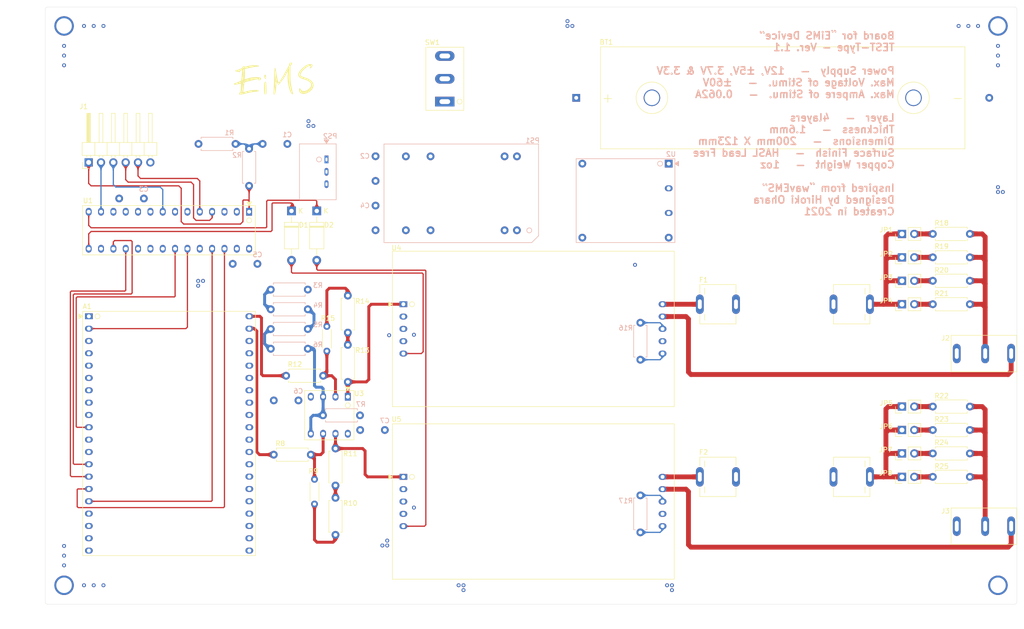
<source format=kicad_pcb>
(kicad_pcb (version 20211014) (generator pcbnew)
  (title_block (title "EiMS Device") (date "2021-05-13") (rev "1.0") (company "Tokyo Tech") (comment 1 "Designed by Hiroki Ohara"))
  (layers (0 "F.Cu" signal) (1 "In1.Cu" power) (2 "In2.Cu" power) (31 "B.Cu" signal) (34 "B.Paste" user) (35 "F.Paste" user) (36 "B.SilkS" user "B.Silkscreen") (37 "F.SilkS" user "F.Silkscreen") (38 "B.Mask" user) (39 "F.Mask" user) (44 "Edge.Cuts" user))
  (net 0 "")
  (net 1 "Net-(A1-Pad1)")
  (net 2 "Net-(A1-Pad2)")
  (net 3 "Net-(A1-Pad3)")
  (net 4 "Net-(A1-Pad4)")
  (net 5 "Net-(A1-Pad5)")
  (net 6 "Net-(A1-Pad6)")
  (net 7 "Net-(A1-Pad7)")
  (net 8 "Net-(A1-Pad8)")
  (net 9 "Net-(A1-Pad9)")
  (net 10 "Net-(A1-Pad10)")
  (net 11 "Net-(A1-Pad11)")
  (net 12 "Net-(A1-Pad12)")
  (net 13 "Net-(A1-Pad13)")
  (net 14 "Net-(A1-Pad14)")
  (net 15 "Net-(A1-Pad15)")
  (net 16 "Net-(A1-Pad16)")
  (net 17 "Net-(A1-Pad17)")
  (net 18 "Net-(A1-Pad18)")
  (net 19 "Net-(A1-Pad19)")
  (net 20 "Net-(A1-Pad30)")
  (net 21 "Net-(A1-Pad23)")
  (net 22 "Net-(A1-Pad24)")
  (net 23 "Net-(A1-Pad27)")
  (net 24 "Net-(A1-Pad38)")
  (net 25 "Net-(A1-Pad35)")
  (net 26 "Net-(A1-Pad31)")
  (net 27 "Net-(A1-Pad32)")
  (net 28 "Net-(A1-Pad28)")
  (net 29 "Net-(A1-Pad36)")
  (net 30 "Net-(A1-Pad40)")
  (net 31 "Net-(A1-Pad39)")
  (net 32 "Net-(A1-Pad26)")
  (net 33 "Net-(A1-Pad34)")
  (net 34 "Net-(A1-Pad33)")
  (net 35 "Net-(A1-Pad21)")
  (net 36 "Net-(A1-Pad37)")
  (net 37 "Net-(A1-Pad22)")
  (net 38 "Net-(A1-Pad29)")
  (net 39 "Net-(A1-Pad25)")
  (net 40 "Net-(C1-Pad2)")
  (net 41 "Net-(C2-Pad1)")
  (net 42 "Net-(C4-Pad2)")
  (net 43 "Net-(F1-Pad1)")
  (net 44 "Net-(F1-Pad2)")
  (net 45 "Net-(F2-Pad2)")
  (net 46 "Net-(F2-Pad1)")
  (net 47 "Net-(J1-Pad1)")
  (net 48 "Net-(J1-Pad4)")
  (net 49 "Net-(J1-Pad5)")
  (net 50 "Net-(J1-Pad6)")
  (net 51 "Net-(J2-PadT)")
  (net 52 "Net-(J2-PadS)")
  (net 53 "Net-(J3-PadS)")
  (net 54 "Net-(J3-PadT)")
  (net 55 "Net-(JP1-Pad2)")
  (net 56 "Net-(JP2-Pad2)")
  (net 57 "Net-(JP3-Pad2)")
  (net 58 "Net-(JP4-Pad2)")
  (net 59 "Net-(JP5-Pad2)")
  (net 60 "Net-(JP6-Pad2)")
  (net 61 "Net-(JP7-Pad2)")
  (net 62 "Net-(JP8-Pad2)")
  (net 63 "Net-(PS1-Pad2)")
  (net 64 "Net-(PS1-Pad22)")
  (net 65 "Net-(R3-Pad2)")
  (net 66 "Net-(R4-Pad2)")
  (net 67 "Net-(R5-Pad2)")
  (net 68 "Net-(R6-Pad2)")
  (net 69 "Net-(R8-Pad1)")
  (net 70 "Net-(R10-Pad1)")
  (net 71 "Net-(R10-Pad2)")
  (net 72 "Net-(R11-Pad2)")
  (net 73 "Net-(R12-Pad1)")
  (net 74 "Net-(R13-Pad2)")
  (net 75 "Net-(R13-Pad1)")
  (net 76 "Net-(R14-Pad2)")
  (net 77 "Net-(R16-Pad1)")
  (net 78 "Net-(R17-Pad1)")
  (net 79 "Net-(SW1-Pad3)")
  (net 80 "Net-(U1-Pad2)")
  (net 81 "Net-(U1-Pad3)")
  (net 82 "Net-(U1-Pad6)")
  (net 83 "Net-(U1-Pad7)")
  (net 84 "Net-(U1-Pad9)")
  (net 85 "Net-(U1-Pad10)")
  (net 86 "Net-(U1-Pad11)")
  (net 87 "Net-(U1-Pad12)")
  (net 88 "Net-(U1-Pad16)")
  (net 89 "Net-(U1-Pad19)")
  (net 90 "Net-(U1-Pad20)")
  (net 91 "Net-(U1-Pad21)")
  (net 92 "Net-(U1-Pad24)")
  (net 93 "+3V7")
  (net 94 "GND")
  (net 95 "Net-(D1-Pad2)")
  (net 96 "Net-(D1-Pad1)")
  (net 97 "Net-(D2-Pad2)")
  (net 98 "Net-(D2-Pad1)")
  (net 99 "Net-(SW1-Pad2)")
  (footprint "EiMS:MJ-352" (layer "F.Cu") (at 242.964 105.372 180)
    (fp_text reference "J2")
    (fp_text value "AudioJack2")
  )
  (footprint "EiMS:MS-500A-MF-K" (layer "F.Cu") (at 125.254 53.479 90)
    (fp_text reference "SW1")
    (fp_text value "SW_SPDT")
  )
  (footprint "Connector_PinHeader_2.54mm:PinHeader_1x02_P2.54mm_Vertical" (layer "F.Cu") (at 219.342 80.734 90)
    (fp_text reference "JP1")
    (fp_text value "Jumper_2_Bridged")
  )
  (footprint "EiMS:IFJM-001" (layer "F.Cu") (at 116.726 130.772)
    (fp_text reference "U5")
    (fp_text value "IFJM-001")
  )
  (footprint "EiMS:FUC-04" (layer "F.Cu") (at 212.738 95.212 180)
    (fp_text reference "F1")
    (fp_text value "Fuse")
  )
  (footprint "EiMS:IFJM-001" (layer "F.Cu") (at 116.726 95.212)
    (fp_text reference "U4")
    (fp_text value "IFJM-001")
  )
  (footprint "Resistor_THT:R_Axial_DIN0207_L6.3mm_D2.5mm_P7.62mm_Horizontal" (layer "F.Cu") (at 233.312 80.734 180)
    (fp_text reference "R18")
    (fp_text value "100")
  )
  (footprint "Connector_PinHeader_2.54mm:PinHeader_1x02_P2.54mm_Vertical" (layer "F.Cu") (at 219.342 85.56 90)
    (fp_text reference "JP2")
    (fp_text value "Jumper_2_Open")
  )
  (footprint "Resistor_THT:R_Axial_DIN0207_L6.3mm_D2.5mm_P7.62mm_Horizontal" (layer "F.Cu") (at 233.312 85.56 180)
    (fp_text reference "R19")
    (fp_text value "470")
  )
  (footprint "Resistor_THT:R_Axial_DIN0207_L6.3mm_D2.5mm_P7.62mm_Horizontal" (layer "F.Cu") (at 233.312 90.386 180)
    (fp_text reference "R20")
    (fp_text value "1k")
  )
  (footprint "Connector_PinHeader_2.54mm:PinHeader_1x02_P2.54mm_Vertical" (layer "F.Cu") (at 219.342 95.212 90)
    (fp_text reference "JP4")
    (fp_text value "Jumper_2_Open")
  )
  (footprint "Connector_PinHeader_2.54mm:PinHeader_1x02_P2.54mm_Vertical" (layer "F.Cu") (at 219.342 90.386 90)
    (fp_text reference "JP3")
    (fp_text value "Jumper_2_Open")
  )
  (footprint "EiMS:MJ-352" (layer "F.Cu") (at 242.964 140.932 180)
    (fp_text reference "J3")
    (fp_text value "AudioJack2")
  )
  (footprint "Connector_PinHeader_2.54mm:PinHeader_1x02_P2.54mm_Vertical" (layer "F.Cu") (at 219.342 121.12 90)
    (fp_text reference "JP6")
    (fp_text value "Jumper_2_Open")
  )
  (footprint "EiMS:FUC-04" (layer "F.Cu") (at 212.738 130.772 180)
    (fp_text reference "F2")
    (fp_text value "Fuse")
  )
  (footprint "Resistor_THT:R_Axial_DIN0207_L6.3mm_D2.5mm_P7.62mm_Horizontal" (layer "F.Cu") (at 233.312 130.772 180)
    (fp_text reference "R25")
    (fp_text value "3.9k")
  )
  (footprint "Resistor_THT:R_Axial_DIN0207_L6.3mm_D2.5mm_P7.62mm_Horizontal" (layer "F.Cu") (at 233.312 125.946 180)
    (fp_text reference "R24")
    (fp_text value "1k")
  )
  (footprint "Resistor_THT:R_Axial_DIN0207_L6.3mm_D2.5mm_P7.62mm_Horizontal" (layer "F.Cu") (at 233.312 121.12 180)
    (fp_text reference "R23")
    (fp_text value "470")
  )
  (footprint "Connector_PinHeader_2.54mm:PinHeader_1x02_P2.54mm_Vertical" (layer "F.Cu") (at 219.342 130.772 90)
    (fp_text reference "JP8")
    (fp_text value "Jumper_2_Open")
  )
  (footprint "Resistor_THT:R_Axial_DIN0207_L6.3mm_D2.5mm_P7.62mm_Horizontal" (layer "F.Cu") (at 105.296 101.054 90)
    (fp_text reference "R14")
    (fp_text value "10k")
  )
  (footprint "Resistor_THT:R_Axial_DIN0207_L6.3mm_D2.5mm_P7.62mm_Horizontal" (layer "F.Cu") (at 100.216 109.944 180)
    (fp_text reference "R12")
    (fp_text value "10k")
  )
  (footprint "Resistor_THT:R_Axial_DIN0207_L6.3mm_D2.5mm_P7.62mm_Horizontal" (layer "F.Cu") (at 102.756 142.71 90)
    (fp_text reference "R10")
    (fp_text value "10k")
  )
  (footprint "Resistor_THT:R_Axial_DIN0204_L3.6mm_D1.6mm_P5.08mm_Horizontal" (layer "F.Cu") (at 98.438 136.36 90)
    (fp_text reference "R9")
    (fp_text value "22k")
  )
  (footprint "Resistor_THT:R_Axial_DIN0207_L6.3mm_D2.5mm_P7.62mm_Horizontal" (layer "F.Cu") (at 97.676 126.2 180)
    (fp_text reference "R8")
    (fp_text value "10k")
  )
  (footprint "Connector_PinHeader_2.54mm:PinHeader_1x06_P2.54mm_Horizontal" (layer "F.Cu") (at 51.956 66.002 90)
    (fp_text reference "J1")
    (fp_text value "Conn_01x06")
  )
  (footprint "Resistor_THT:R_Axial_DIN0207_L6.3mm_D2.5mm_P7.62mm_Horizontal" (layer "F.Cu") (at 233.312 95.212 180)
    (fp_text reference "R21")
    (fp_text value "3.9k")
  )
  (footprint "Resistor_THT:R_Axial_DIN0207_L6.3mm_D2.5mm_P7.62mm_Horizontal" (layer "F.Cu") (at 233.312 116.294 180)
    (fp_text reference "R22")
    (fp_text value "100")
  )
  (footprint "Connector_PinHeader_2.54mm:PinHeader_1x02_P2.54mm_Vertical" (layer "F.Cu") (at 219.342 116.294 90)
    (fp_text reference "JP5")
    (fp_text value "Jumper_2_Bridged")
  )
  (footprint "Connector_PinHeader_2.54mm:PinHeader_1x02_P2.54mm_Vertical" (layer "F.Cu") (at 219.342 125.946 90)
    (fp_text reference "JP7")
    (fp_text value "Jumper_2_Open")
  )
  (footprint "MountingHole:MountingHole_3.2mm_M3_Pad" (layer "F.Cu") (at 46.9 37.9)
    (fp_text reference "REF4" hide)
    (fp_text value "MountingHole_3.2mm_M3_Pad" hide)
  )
  (footprint "MountingHole:MountingHole_3.2mm_M3_Pad" (layer "F.Cu") (at 239.1 153.1)
    (fp_text reference "REF2" hide)
    (fp_text value "MountingHole_3.2mm_M3_Pad" hide)
  )
  (footprint "Resistor_THT:R_Axial_DIN0207_L6.3mm_D2.5mm_P7.62mm_Horizontal" (layer "F.Cu") (at 105.296 111.214 90)
    (fp_text reference "R13")
    (fp_text value "10k")
  )
  (footprint "Resistor_THT:R_Axial_DIN0207_L6.3mm_D2.5mm_P7.62mm_Horizontal" (layer "F.Cu") (at 102.756 132.55 90)
    (fp_text reference "R11")
    (fp_text value "10k")
  )
  (footprint "EiMS:LMC662" (layer "F.Cu") (at 105.2935 114.2645 180)
    (fp_text reference "U3")
    (fp_text value "LMC662")
  )
  (footprint "EiMS:Battery_+3V7" (layer "F.Cu") (at 157.3 52.7)
    (fp_text reference "BT1")
    (fp_text value "Battery_Cell")
  )
  (footprint "Diode_THT:D_A-405_P10.16mm_Horizontal" (layer "F.Cu") (at 93.7 76 -90)
    (fp_text reference "D1")
    (fp_text value "D")
  )
  (footprint "Diode_THT:D_A-405_P10.16mm_Horizontal" (layer "F.Cu") (at 98.9 76 -90)
    (fp_text reference "D2")
    (fp_text value "D")
  )
  (footprint "EiMS:EiMS_logo" (layer "F.Cu") (at 90 48.75)
    (fp_text reference "G***" hide)
    (fp_text value "LOGO" hide)
  )
  (footprint "Resistor_THT:R_Axial_DIN0204_L3.6mm_D1.6mm_P5.08mm_Horizontal" (layer "F.Cu") (at 100.978 104.864 90)
    (fp_text reference "R15")
    (fp_text value "22k")
  )
  (footprint "EiMS:RN52" (layer "F.Cu") (at 52 97.7)
    (fp_text reference "A1")
    (fp_text value "RN52")
  )
  (footprint "EiMS:PIC32MM0064GPL028-I_SP" (layer "F.Cu") (at 84.986 76.162 180)
    (fp_text reference "U1")
    (fp_text value "PIC32MM0064GPL028-I_SP")
  )
  (footprint "MountingHole:MountingHole_3.2mm_M3_Pad" (layer "F.Cu") (at 239.1 37.9)
    (fp_text reference "REF1" hide)
    (fp_text value "MountingHole_3.2mm_M3_Pad" hide)
  )
  (footprint "MountingHole:MountingHole_3.2mm_M3_Pad" (layer "F.Cu") (at 46.9 153.1)
    (fp_text reference "REF3" hide)
    (fp_text value "MountingHole_3.2mm_M3_Pad" hide)
  )
  (footprint "EiMS:MIWI06-24D05" (layer "B.Cu") (at 140.1 80 180)
    (fp_text reference "PS1")
    (fp_text value "MIWI06-24D05")
  )
  (footprint "Resistor_THT:R_Axial_DIN0207_L6.3mm_D2.5mm_P7.62mm_Horizontal" (layer "B.Cu") (at 165.494 134.582 -90)
    (fp_text reference "R17")
    (fp_text value "3.9k")
  )
  (footprint "EiMS:LTC3124" (layer "B.Cu") (at 171.336 66.256 180)
    (fp_text reference "U2")
    (fp_text value "LTC3124")
  )
  (footprint "Resistor_THT:R_Axial_DIN0207_L6.3mm_D2.5mm_P7.62mm_Horizontal" (layer "B.Cu") (at 100.18 118.1)
    (fp_text reference "R7")
    (fp_text value "10k")
  )
  (footprint "Resistor_THT:R_Axial_DIN0207_L6.3mm_D2.5mm_P7.62mm_Horizontal" (layer "B.Cu") (at 89.44 104.383)
    (fp_text reference "R6")
    (fp_text value "0.1k")
  )
  (footprint "Resistor_THT:R_Axial_DIN0207_L6.3mm_D2.5mm_P7.62mm_Horizontal" (layer "B.Cu") (at 97.06 100.319 180)
    (fp_text reference "R5")
    (fp_text value "0.1k")
  )
  (footprint "Resistor_THT:R_Axial_DIN0207_L6.3mm_D2.5mm_P7.62mm_Horizontal" (layer "B.Cu") (at 89.44 96.255)
    (fp_text reference "R4")
    (fp_text value "0.1k")
  )
  (footprint "Resistor_THT:R_Axial_DIN0207_L6.3mm_D2.5mm_P7.62mm_Horizontal" (layer "B.Cu") (at 97.06 92.191 180)
    (fp_text reference "R3")
    (fp_text value "1k")
  )
  (footprint "Resistor_THT:R_Axial_DIN0207_L6.3mm_D2.5mm_P7.62mm_Horizontal" (layer "B.Cu") (at 84.976 70.828 90)
    (fp_text reference "R2")
    (fp_text value "1k")
  )
  (footprint "Resistor_THT:R_Axial_DIN0207_L6.3mm_D2.5mm_P7.62mm_Horizontal" (layer "B.Cu") (at 82.182 62.192 180)
    (fp_text reference "R1")
    (fp_text value "10k")
  )
  (footprint "EiMS:C_Radial_P5.00mm" (layer "B.Cu") (at 86.688 86.896 180)
    (fp_text reference "C5")
    (fp_text value "0.1u")
  )
  (footprint "EiMS:C_Radial_P5.00mm" (layer "B.Cu") (at 107.836 121.12)
    (fp_text reference "C7")
    (fp_text value "0.1u")
  )
  (footprint "EiMS:C_Radial_P5.00mm" (layer "B.Cu") (at 90.056 115.024)
    (fp_text reference "C6")
    (fp_text value "0.1u")
  )
  (footprint "EiMS:C_Radial_P5.00mm" (layer "B.Cu") (at 111.001 74.8945 -90)
    (fp_text reference "C4")
    (fp_text value "3.3u")
  )
  (footprint "EiMS:C_Radial_P5.00mm" (layer "B.Cu") (at 111.001 64.7345 -90)
    (fp_text reference "C2")
    (fp_text value "3.3u")
  )
  (footprint "EiMS:C_Radial_P5.00mm" (layer "B.Cu") (at 92.85 62.192 180)
    (fp_text reference "C1")
    (fp_text value "0.1u")
  )
  (footprint "EiMS:C_Radial_P5.00mm" (layer "B.Cu") (at 63.32 73.434 180)
    (fp_text reference "C3")
    (fp_text value "0.1u")
  )
  (footprint "EiMS:M78AR033-0.5" (layer "B.Cu") (at 100.9 65.4 90)
    (fp_text reference "PS2")
    (fp_text value "M78AR033-0.5")
  )
  (footprint "Resistor_THT:R_Axial_DIN0207_L6.3mm_D2.5mm_P7.62mm_Horizontal" (layer "B.Cu") (at 165.494 99.022 -90)
    (fp_text reference "R16")
    (fp_text value "3.9k")
  )
  (gr_line (start 43 34.5) (end 43 156.5) (layer "Edge.Cuts") (width 0.05))
  (gr_line (start 43.5 157) (end 242.5 157) (layer "Edge.Cuts") (width 0.05))
  (gr_line (start 243 156.5) (end 243 34.5) (layer "Edge.Cuts") (width 0.05))
  (gr_line (start 242.5 34) (end 43.5 34) (layer "Edge.Cuts") (width 0.05))
  (gr_arc (start 43.5 157) (mid 43.146447 156.853553) (end 43 156.5) (layer "Edge.Cuts") (width 0.05))
  (gr_arc (start 43 34.5) (mid 43.146447 34.146447) (end 43.5 34) (layer "Edge.Cuts") (width 0.05))
  (gr_arc (start 243 156.5) (mid 242.853553 156.853553) (end 242.5 157) (layer "Edge.Cuts") (width 0.05))
  (gr_arc (start 242.5 34) (mid 242.853553 34.146447) (end 243 34.5) (layer "Edge.Cuts") (width 0.05))
  (gr_text "Board for “EiMS Device”\nTEST-Type - Ver. 1.1\n\nPower Supply  —   12V, ±5V, 3.7V & 3.3V\nMax. Voltage of Stimu.  —   ±60V\nMax. Ampere of Stimu.  —   0.062A\n\nLayer  —   4layers\nThickness  —   1.6mm\nDimensions  —   200mm X 123mm\nSurface Finish  —   HASL Lead Free\nCopper Weight  —   1oz\n\nInspired from “wavEMS”\nDesigned by Hiroki Ohara\nCreated in 2021" (at 218 58) (layer "B.SilkS") (effects (font (size 1.5 1.5) (thickness 0.3)) (justify left mirror)))
  (segment (start 72.286 83.782) (end 72.286 99.914) (width 0.25) (layer "F.Cu") (net 2))
  (segment (start 52 100.24) (end 71.96 100.24) (width 0.25) (layer "F.Cu") (net 2))
  (segment (start 71.96 100.24) (end 72.286 99.914) (width 0.25) (layer "F.Cu") (net 2))
  (segment (start 52 120.56) (end 49.56 120.56) (width 0.25) (layer "F.Cu") (net 10))
  (segment (start 69.746 83.782) (end 69.746 93.546) (width 0.25) (layer "F.Cu") (net 10))
  (segment (start 69.6 93.7) (end 49.6 93.7) (width 0.25) (layer "F.Cu") (net 10))
  (segment (start 69.746 93.554) (end 69.6 93.7) (width 0.25) (layer "F.Cu") (net 10))
  (segment (start 49.4 93.9) (end 49.4 120.4) (width 0.25) (layer "F.Cu") (net 10))
  (segment (start 69.746 93.546) (end 69.746 93.554) (width 0.25) (layer "F.Cu") (net 10))
  (segment (start 49.56 120.56) (end 49.4 120.4) (width 0.25) (layer "F.Cu") (net 10))
  (segment (start 49.6 93.7) (end 49.4 93.9) (width 0.25) (layer "F.Cu") (net 10))
  (segment (start 57.046 83.782) (end 57.046 82.354) (width 0.25) (layer "F.Cu") (net 13))
  (segment (start 52 128.18) (end 48.98 128.18) (width 0.25) (layer "F.Cu") (net 13))
  (segment (start 60.9 82.3) (end 60.9 92.9) (width 0.25) (layer "F.Cu") (net 13))
  (segment (start 48.8 93.3) (end 48.8 128) (width 0.25) (layer "F.Cu") (net 13))
  (segment (start 57.046 82.354) (end 57.3 82.1) (width 0.25) (layer "F.Cu") (net 13))
  (segment (start 49 93.1) (end 48.8 93.3) (width 0.25) (layer "F.Cu") (net 13))
  (segment (start 60.7 82.1) (end 60.9 82.3) (width 0.25) (layer "F.Cu") (net 13))
  (segment (start 57.3 82.1) (end 60.7 82.1) (width 0.25) (layer "F.Cu") (net 13))
  (segment (start 48.98 128.18) (end 48.8 128) (width 0.25) (layer "F.Cu") (net 13))
  (segment (start 60.9 92.9) (end 60.7 93.1) (width 0.25) (layer "F.Cu") (net 13))
  (segment (start 60.7 93.1) (end 49 93.1) (width 0.25) (layer "F.Cu") (net 13))
  (segment (start 59.586 92.314) (end 59.4 92.5) (width 0.25) (layer "F.Cu") (net 14))
  (segment (start 48.42 130.72) (end 48.2 130.5) (width 0.25) (layer "F.Cu") (net 14))
  (segment (start 59.4 92.5) (end 48.4 92.5) (width 0.25) (layer "F.Cu") (net 14))
  (segment (start 48.2 92.7) (end 48.2 130.5) (width 0.25) (layer "F.Cu") (net 14))
  (segment (start 59.586 83.782) (end 59.586 92.314) (width 0.25) (layer "F.Cu") (net 14))
  (segment (start 48.2 92.7) (end 48.4 92.5) (width 0.25) (layer "F.Cu") (net 14))
  (segment (start 48.42 130.72) (end 52 130.72) (width 0.25) (layer "F.Cu") (net 14))
  (segment (start 49.8 137.1) (end 79.712 137.1) (width 0.25) (layer "F.Cu") (net 15))
  (segment (start 49.6 136.9) (end 49.8 137.1) (width 0.25) (layer "F.Cu") (net 15))
  (segment (start 52 133.26) (end 49.74 133.26) (width 0.25) (layer "F.Cu") (net 15))
  (segment (start 49.6 133.4) (end 49.6 136.9) (width 0.25) (layer "F.Cu") (net 15))
  (segment (start 79.712 137.1) (end 79.906 136.906) (width 0.25) (layer "F.Cu") (net 15))
  (segment (start 49.74 133.26) (end 49.6 133.4) (width 0.25) (layer "F.Cu") (net 15))
  (segment (start 79.906 83.782) (end 79.906 136.906) (width 0.25) (layer "F.Cu") (net 15))
  (segment (start 77.2 135.8) (end 52 135.8) (width 0.25) (layer "F.Cu") (net 16))
  (segment (start 77.366 83.782) (end 77.366 135.634) (width 0.25) (layer "F.Cu") (net 16))
  (segment (start 77.366 135.634) (end 77.2 135.8) (width 0.25) (layer "F.Cu") (net 16))
  (segment (start 54.496 66.002) (end 54.496 76.152) (width 0.25) (layer "B.Cu") (net 19))
  (segment (start 54.496 76.152) (end 54.506 76.162) (width 0.25) (layer "B.Cu") (net 19))
  (segment (start 87.844 109.944) (end 87.53 109.63) (width 0.6) (layer "F.Cu") (net 30))
  (segment (start 87.53 109.63) (end 87.53 98.043) (width 0.6) (layer "F.Cu") (net 30))
  (segment (start 87.53 98.043) (end 87.187 97.7) (width 0.6) (layer "F.Cu") (net 30))
  (segment (start 87.187 97.7) (end 85.02 97.7) (width 0.6) (layer "F.Cu") (net 30))
  (segment (start 92.596 109.944) (end 87.844 109.944) (width 0.6) (layer "F.Cu") (net 30))
  (segment (start 87.13 126.2) (end 90.056 126.2) (width 0.6) (layer "F.Cu") (net 31))
  (segment (start 86.561 125.631) (end 87.13 126.2) (width 0.6) (layer "F.Cu") (net 31))
  (segment (start 86.561 100.739) (end 86.561 125.631) (width 0.6) (layer "F.Cu") (net 31))
  (segment (start 85.02 100.24) (end 86.062 100.24) (width 0.6) (layer "F.Cu") (net 31))
  (segment (start 86.062 100.24) (end 86.561 100.739) (width 0.6) (layer "F.Cu") (net 31))
  (via (at 46.9 149) (size 0.8) (drill 0.4) (layers "F.Cu" "B.Cu") (net 35))
  (via (at 46.9 44) (size 0.8) (drill 0.4) (layers "F.Cu" "B.Cu") (net 35))
  (via (at 46.9 46) (size 0.8) (drill 0.4) (layers "F.Cu" "B.Cu") (net 35))
  (via (at 46.9 42) (size 0.8) (drill 0.4) (layers "F.Cu" "B.Cu") (net 35))
  (via (at 113.4 144.9) (size 0.8) (drill 0.4) (layers "F.Cu" "B.Cu") (net 35))
  (via (at 113.4 143.9) (size 0.8) (drill 0.4) (layers "F.Cu" "B.Cu") (net 35))
  (via (at 112.4 144.9) (size 0.8) (drill 0.4) (layers "F.Cu" "B.Cu") (net 35))
  (via (at 55 153.1) (size 0.8) (drill 0.4) (layers "F.Cu" "B.Cu") (net 35))
  (via (at 53 153.1) (size 0.8) (drill 0.4) (layers "F.Cu" "B.Cu") (net 35))
  (via (at 51 153.1) (size 0.8) (drill 0.4) (layers "F.Cu" "B.Cu") (net 35))
  (via (at 74.494 90.412) (size 0.8) (drill 0.4) (layers "F.Cu" "B.Cu") (net 35))
  (via (at 74.494 91.4) (size 0.8) (drill 0.4) (layers "F.Cu" "B.Cu") (net 35))
  (via (at 75.5 90.412) (size 0.8) (drill 0.4) (layers "F.Cu" "B.Cu") (net 35))
  (via (at 113.8 101.6) (size 0.8) (drill 0.4) (layers "F.Cu" "B.Cu") (net 35))
  (via (at 128.1 153.1) (size 0.8) (drill 0.4) (layers "F.Cu" "B.Cu") (net 35))
  (via (at 129.1 153.1) (size 0.8) (drill 0.4) (layers "F.Cu" "B.Cu") (net 35))
  (via (at 129.1 154.1) (size 0.8) (drill 0.4) (layers "F.Cu" "B.Cu") (net 35))
  (via (at 118.9 101.5) (size 0.8) (drill 0.4) (layers "F.Cu" "B.Cu") (net 35))
  (via (at 51 37.9) (size 0.8) (drill 0.4) (layers "F.Cu" "B.Cu") (net 35))
  (via (at 46.9 145) (size 0.8) (drill 0.4) (layers "F.Cu" "B.Cu") (net 35))
  (via (at 118.9 137.1) (size 0.8) (drill 0.4) (layers "F.Cu" "B.Cu") (net 35))
  (via (at 53 37.9) (size 0.8) (drill 0.4) (layers "F.Cu" "B.Cu") (net 35))
  (via (at 46.9 147) (size 0.8) (drill 0.4) (layers "F.Cu" "B.Cu") (net 35))
  (via (at 55 37.9) (size 0.8) (drill 0.4) (layers "F.Cu" "B.Cu") (net 35))
  (segment (start 67.196 76.152) (end 67.206 76.162) (width 0.25) (layer "B.Cu") (net 35))
  (segment (start 57.036 70.574) (end 57.036 66.002) (width 0.25) (layer "B.Cu") (net 35))
  (segment (start 67.206 76.162) (end 67.206 71.6) (width 0.25) (layer "B.Cu") (net 35))
  (segment (start 57.544 71.082) (end 57.036 70.574) (width 0.25) (layer "B.Cu") (net 35))
  (segment (start 66.688 71.082) (end 57.544 71.082) (width 0.25) (layer "B.Cu") (net 35))
  (segment (start 67.206 71.6) (end 66.688 71.082) (width 0.25) (layer "B.Cu") (net 35))
  (segment (start 87.77 62.192) (end 85.992 62.192) (width 0.25) (layer "B.Cu") (net 40))
  (segment (start 85.992 62.192) (end 84.976 63.208) (width 0.25) (layer "B.Cu") (net 40))
  (segment (start 82.182 62.192) (end 83.96 62.192) (width 0.25) (layer "B.Cu") (net 40))
  (segment (start 83.96 62.192) (end 84.976 63.208) (width 0.25) (layer "B.Cu") (net 40))
  (segment (start 216.04 81.242) (end 216.04 81.496) (width 1) (layer "F.Cu") (net 43))
  (segment (start 216.04 94.704) (end 215.532 95.212) (width 1) (layer "F.Cu") (net 43))
  (segment (start 215.532 95.212) (end 219.342 95.212) (width 1) (layer "F.Cu") (net 43))
  (segment (start 216.04 86.068) (end 216.04 94.704) (width 1) (layer "F.Cu") (net 43))
  (segment (start 212.738 95.212) (end 215.532 95.212) (width 1) (layer "F.Cu") (net 43))
  (segment (start 216.04 81.242) (end 216.548 80.734) (width 1) (layer "F.Cu") (net 43))
  (segment (start 219.342 90.386) (end 216.548 90.386) (width 1) (layer "F.Cu") (net 43))
  (segment (start 216.548 85.56) (end 216.04 86.068) (width 1) (layer "F.Cu") (net 43))
  (segment (start 219.342 85.56) (end 216.548 85.56) (width 1) (layer "F.Cu") (net 43))
  (segment (start 216.548 90.386) (end 216.04 90.894) (width 1) (layer "F.Cu") (net 43))
  (segment (start 216.04 86.068) (end 216.04 81.496) (width 1) (layer "F.Cu") (net 43))
  (segment (start 216.548 80.734) (end 219.342 80.734) (width 1) (layer "F.Cu") (net 43))
  (segment (start 170.066 95.212) (end 177.738 95.212) (width 1) (layer "F.Cu") (net 44))
  (segment (start 170.066 130.772) (end 177.738 130.772) (width 1) (layer "F.Cu") (net 45))
  (segment (start 219.342 125.946) (end 216.548 125.946) (width 1) (layer "F.Cu") (net 46))
  (segment (start 212.738 130.772) (end 215.532 130.772) (width 1) (layer "F.Cu") (net 46))
  (segment (start 216.548 121.12) (end 216.04 121.628) (width 1) (layer "F.Cu") (net 46))
  (segment (start 216.548 125.946) (end 216.04 126.454) (width 1) (layer "F.Cu") (net 46))
  (segment (start 216.04 121.628) (end 216.04 126.454) (width 1) (layer "F.Cu") (net 46))
  (segment (start 216.548 116.294) (end 216.04 116.802) (width 1) (layer "F.Cu") (net 46))
  (segment (start 219.342 121.12) (end 216.548 121.12) (width 1) (layer "F.Cu") (net 46))
  (segment (start 215.532 130.772) (end 219.342 130.772) (width 1) (layer "F.Cu") (net 46))
  (segment (start 216.04 116.802) (end 216.04 121.628) (width 1) (layer "F.Cu") (net 46))
  (segment (start 219.342 116.294) (end 216.548 116.294) (width 1) (layer "F.Cu") (net 46))
  (segment (start 216.04 130.264) (end 215.532 130.772) (width 1) (layer "F.Cu") (net 46))
  (segment (start 216.04 126.454) (end 216.04 130.264) (width 1) (layer "F.Cu") (net 46))
  (segment (start 83.706 78.194) (end 83.198 78.702) (width 0.25) (layer "F.Cu") (net 47))
  (segment (start 83.706 73.876) (end 83.8305 73.7515) (width 0.25) (layer "F.Cu") (net 47))
  (segment (start 83.706 73.876) (end 83.706 78.194) (width 0.25) (layer "F.Cu") (net 47))
  (segment (start 84.976 74.003) (end 84.976 76.152) (width 0.25) (layer "F.Cu") (net 47))
  (segment (start 84.976 76.152) (end 84.986 76.162) (width 0.25) (layer "F.Cu") (net 47))
  (segment (start 71.006 71.336) (end 70.498 70.828) (width 0.25) (layer "F.Cu") (net 47))
  (segment (start 70.498 70.828) (end 52.464 70.828) (width 0.25) (layer "F.Cu") (net 47))
  (segment (start 84.7245 73.7515) (end 84.976 74.003) (width 0.25) (layer "F.Cu") (net 47))
  (segment (start 71.006 78.194) (end 71.006 71.336) (width 0.25) (layer "F.Cu") (net 47))
  (segment (start 84.976 70.828) (end 84.976 74.003) (width 0.25) (layer "F.Cu") (net 47))
  (segment (start 83.198 78.702) (end 71.514 78.702) (width 0.25) (layer "F.Cu") (net 47))
  (segment (start 51.956 70.32) (end 51.956 66.002) (width 0.25) (layer "F.Cu") (net 47))
  (segment (start 71.514 78.702) (end 71.006 78.194) (width 0.25) (layer "F.Cu") (net 47))
  (segment (start 83.8305 73.7515) (end 84.7245 73.7515) (width 0.25) (layer "F.Cu") (net 47))
  (segment (start 52.464 70.828) (end 51.956 70.32) (width 0.25) (layer "F.Cu") (net 47))
  (segment (start 73.546 77.432) (end 74.054 77.94) (width 0.25) (layer "F.Cu") (net 48))
  (segment (start 74.054 77.94) (end 76.848 77.94) (width 0.25) (layer "F.Cu") (net 48))
  (segment (start 76.848 77.94) (end 77.366 77.422) (width 0.25) (layer "F.Cu") (net 48))
  (segment (start 60.084 70.066) (end 73.038 70.066) (width 0.25) (layer "F.Cu") (net 48))
  (segment (start 59.576 69.558) (end 60.084 70.066) (width 0.25) (layer "F.Cu") (net 48))
  (segment (start 77.366 77.422) (end 77.366 76.162) (width 0.25) (layer "F.Cu") (net 48))
  (segment (start 73.546 77.432) (end 73.546 70.574) (width 0.25) (layer "F.Cu") (net 48))
  (segment (start 73.038 70.066) (end 73.546 70.574) (width 0.25) (layer "F.Cu") (net 48))
  (segment (start 59.576 66.002) (end 59.576 69.558) (width 0.25) (layer "F.Cu") (net 48))
  (segment (start 62.116 66.002) (end 62.116 68.796) (width 0.25) (layer "F.Cu") (net 49))
  (segment (start 62.116 68.796) (end 62.624 69.304) (width 0.25) (layer "F.Cu") (net 49))
  (segment (start 62.624 69.304) (end 74.308 69.304) (width 0.25) (layer "F.Cu") (net 49))
  (segment (start 74.308 69.304) (end 74.826 69.822) (width 0.25) (layer "F.Cu") (net 49))
  (segment (start 74.826 69.822) (end 74.826 76.162) (width 0.25) (layer "F.Cu") (net 49))
  (segment (start 233.312 95.212) (end 235.852 95.212) (width 1) (layer "F.Cu") (net 51))
  (segment (start 235.852 90.386) (end 236.464 90.998) (width 1) (layer "F.Cu") (net 51))
  (segment (start 236.464 86.426) (end 236.464 90.998) (width 1) (layer "F.Cu") (net 51))
  (segment (start 236.464 95.824) (end 236.464 105.372) (width 1) (layer "F.Cu") (net 51))
  (segment (start 236.464 86.426) (end 236.464 86.172) (width 1) (layer "F.Cu") (net 51))
  (segment (start 236.464 81.346) (end 235.852 80.734) (width 1) (layer "F.Cu") (net 51))
  (segment (start 235.852 95.212) (end 236.464 95.824) (width 1) (layer "F.Cu") (net 51))
  (segment (start 233.312 90.386) (end 235.852 90.386) (width 1) (layer "F.Cu") (net 51))
  (segment (start 235.852 80.734) (end 233.312 80.734) (width 1) (layer "F.Cu") (net 51))
  (segment (start 233.312 85.56) (end 235.852 85.56) (width 1) (layer "F.Cu") (net 51))
  (segment (start 236.464 90.998) (end 236.464 95.824) (width 1) (layer "F.Cu") (net 51))
  (segment (start 236.464 86.172) (end 236.464 81.346) (width 1) (layer "F.Cu") (net 51))
  (segment (start 235.852 85.56) (end 236.464 86.172) (width 1) (layer "F.Cu") (net 51))
  (segment (start 174.892 97.752) (end 175.4 98.26) (width 1) (layer "F.Cu") (net 52))
  (segment (start 241.814 109.062) (end 241.186 109.69) (width 1) (layer "F.Cu") (net 52))
  (segment (start 175.4 98.26) (end 175.4 109.182) (width 1) (layer "F.Cu") (net 52))
  (segment (start 175.4 109.182) (end 175.908 109.69) (width 1) (layer "F.Cu") (net 52))
  (segment (start 175.908 109.69) (end 241.186 109.69) (width 1) (layer "F.Cu") (net 52))
  (segment (start 241.814 105.372) (end 241.814 109.062) (width 1) (layer "F.Cu") (net 52))
  (segment (start 170.066 97.752) (end 174.892 97.752) (width 1) (layer "F.Cu") (net 52))
  (segment (start 175.4 144.742) (end 175.4 133.82) (width 1) (layer "F.Cu") (net 53))
  (segment (start 241.186 145.25) (end 175.908 145.25) (width 1) (layer "F.Cu") (net 53))
  (segment (start 170.066 133.312) (end 174.892 133.312) (width 1) (layer "F.Cu") (net 53))
  (segment (start 241.814 144.622) (end 241.186 145.25) (width 1) (layer "F.Cu") (net 53))
  (segment (start 241.814 140.932) (end 241.814 144.622) (width 1) (layer "F.Cu") (net 53))
  (segment (start 174.892 133.312) (end 175.4 133.82) (width 1) (layer "F.Cu") (net 53))
  (segment (start 175.908 145.25) (end 175.4 144.742) (width 1) (layer "F.Cu") (net 53))
  (segment (start 233.312 121.12) (end 235.852 121.12) (width 1) (layer "F.Cu") (net 54))
  (segment (start 236.464 116.906) (end 236.464 121.524) (width 1) (layer "F.Cu") (net 54))
  (segment (start 233.312 125.946) (end 235.852 125.946) (width 1) (layer "F.Cu") (net 54))
  (segment (start 236.464 131.384) (end 236.464 140.932) (width 1) (layer "F.Cu") (net 54))
  (segment (start 236.464 126.558) (end 236.464 131.13) (width 1) (layer "F.Cu") (net 54))
  (segment (start 235.852 125.946) (end 236.464 126.558) (width 1) (layer "F.Cu") (net 54))
  (segment (start 236.464 131.13) (end 236.464 131.384) (width 1) (layer "F.Cu") (net 54))
  (segment (start 236.464 121.524) (end 236.464 121.732) (width 1) (layer "F.Cu") (net 54))
  (segment (start 235.852 116.294) (end 236.464 116.906) (width 1) (layer "F.Cu") (net 54))
  (segment (start 236.464 121.732) (end 236.464 126.558) (width 1) (layer "F.Cu") (net 54))
  (segment (start 235.852 121.12) (end 236.464 121.732) (width 1) (layer "F.Cu") (net 54))
  (segment (start 235.852 130.772) (end 236.464 131.384) (width 1) (layer "F.Cu") (net 54))
  (segment (start 233.312 116.294) (end 235.852 116.294) (width 1) (layer "F.Cu") (net 54))
  (segment (start 233.312 130.772) (end 235.852 130.772) (width 1) (layer "F.Cu") (net 54))
  (segment (start 221.882 80.734) (end 225.692 80.734) (width 1) (layer "F.Cu") (net 55))
  (segment (start 221.882 85.56) (end 225.692 85.56) (width 1) (layer "F.Cu") (net 56))
  (segment (start 221.882 90.386) (end 225.692 90.386) (width 1) (layer "F.Cu") (net 57))
  (segment (start 221.882 95.212) (end 225.692 95.212) (width 1) (layer "F.Cu") (net 58))
  (segment (start 221.882 116.294) (end 225.692 116.294) (width 1) (layer "F.Cu") (net 59))
  (segment (start 221.882 121.12) (end 225.692 121.12) (width 1) (layer "F.Cu") (net 60))
  (segment (start 221.882 125.946) (end 225.692 125.946) (width 1) (layer "F.Cu") (net 61))
  (segment (start 221.882 130.772) (end 225.692 130.772) (width 1) (layer "F.Cu") (net 62))
  (via (at 164.4 87.1) (size 0.8) (drill 0.4) (layers "F.Cu" "B.Cu") (net 63))
  (via (at 98.2 58.5) (size 0.8) (drill 0.4) (layers "F.Cu" "B.Cu") (net 63))
  (via (at 172 154.1) (size 0.8) (drill 0.4) (layers "F.Cu" "B.Cu") (net 63))
  (via (at 172 153.1) (size 0.8) (drill 0.4) (layers "F.Cu" "B.Cu") (net 63))
  (via (at 171 153.1) (size 0.8) (drill 0.4) (layers "F.Cu" "B.Cu") (net 63))
  (via (at 97.2 58.5) (size 0.8) (drill 0.4) (layers "F.Cu" "B.Cu") (net 63))
  (via (at 97.2 57.5) (size 0.8) (drill 0.4) (layers "F.Cu" "B.Cu") (net 63))
  (segment (start 165.494 142.202) (end 169.558 142.202) (width 0.25) (layer "B.Cu") (net 63))
  (segment (start 165.494 106.642) (end 169.558 106.642) (width 0.25) (layer "B.Cu") (net 63))
  (segment (start 169.558 142.202) (end 170.066 141.694) (width 0.25) (layer "B.Cu") (net 63))
  (segment (start 170.066 106.134) (end 170.066 105.372) (width 0.25) (layer "B.Cu") (net 63))
  (segment (start 170.066 141.694) (end 170.066 140.932) (width 0.25) (layer "B.Cu") (net 63))
  (segment (start 169.558 106.642) (end 170.066 106.134) (width 0.25) (layer "B.Cu") (net 63))
  (segment (start 88.17 95.239) (end 88.17 93.207) (width 0.6) (layer "B.Cu") (net 65))
  (segment (start 89.186 96.255) (end 88.17 95.239) (width 0.6) (layer "B.Cu") (net 65))
  (segment (start 89.44 96.255) (end 89.186 96.255) (width 0.6) (layer "B.Cu") (net 65))
  (segment (start 89.186 92.191) (end 88.17 93.207) (width 0.6) (layer "B.Cu") (net 65))
  (segment (start 89.44 92.191) (end 89.186 92.191) (width 0.6) (layer "B.Cu") (net 65))
  (segment (start 98.33 99.303) (end 98.33 97.271) (width 0.6) (layer "B.Cu") (net 66))
  (segment (start 97.06 96.255) (end 97.314 96.255) (width 0.6) (layer "B.Cu") (net 66))
  (segment (start 97.314 100.319) (end 98.33 99.303) (width 0.6) (layer "B.Cu") (net 66))
  (segment (start 97.314 96.255) (end 98.33 97.271) (width 0.6) (layer "B.Cu") (net 66))
  (segment (start 97.06 100.319) (end 97.314 100.319) (width 0.6) (layer "B.Cu") (net 66))
  (segment (start 89.186 104.383) (end 88.17 103.367) (width 0.6) (layer "B.Cu") (net 67))
  (segment (start 89.44 104.383) (end 89.186 104.383) (width 0.6) (layer "B.Cu") (net 67))
  (segment (start 89.186 100.319) (end 88.17 101.335) (width 0.6) (layer "B.Cu") (net 67))
  (segment (start 89.44 100.319) (end 89.186 100.319) (width 0.6) (layer "B.Cu") (net 67))
  (segment (start 88.17 103.367) (end 88.17 101.335) (width 0.6) (layer "B.Cu") (net 67))
  (segment (start 100.2135 118.0665) (end 100.18 118.1) (width 0.6) (layer "B.Cu") (net 68))
  (segment (start 98.753 112.296) (end 99.896 112.296) (width 0.6) (layer "B.Cu") (net 68))
  (segment (start 100.2135 114.2645) (end 100.2135 118.0665) (width 0.6) (layer "B.Cu") (net 68))
  (segment (start 98.156 118.1) (end 97.676 118.58) (width 0.6) (layer "B.Cu") (net 68))
  (segment (start 98.438 111.981) (end 98.753 112.296) (width 0.6) (layer "B.Cu") (net 68))
  (segment (start 99.896 112.296) (end 100.2135 112.6135) (width 0.6) (layer "B.Cu") (net 68))
  (segment (start 97.314 104.383) (end 97.06 104.383) (width 0.6) (layer "B.Cu") (net 68))
  (segment (start 97.957 104.383) (end 98.438 104.864) (width 0.6) (layer "B.Cu") (net 68))
  (segment (start 98.438 104.864) (end 98.438 111.981) (width 0.6) (layer "B.Cu") (net 68))
  (segment (start 97.676 118.58) (end 97.676 121.882) (width 0.6) (layer "B.Cu") (net 68))
  (segment (start 97.676 121.882) (end 97.6735 121.8845) (width 0.6) (layer "B.Cu") (net 68))
  (segment (start 100.18 118.1) (end 98.156 118.1) (width 0.6) (layer "B.Cu") (net 68))
  (segment (start 97.06 104.383) (end 97.957 104.383) (width 0.6) (layer "B.Cu") (net 68))
  (segment (start 100.2135 112.6135) (end 100.2135 114.2645) (width 0.6) (layer "B.Cu") (net 68))
  (segment (start 98.438 131.28) (end 98.438 126.962) (width 0.6) (layer "F.Cu") (net 69))
  (segment (start 98.438 126.962) (end 97.676 126.2) (width 0.6) (layer "F.Cu") (net 69))
  (segment (start 99.708 126.2) (end 97.676 126.2) (width 0.6) (layer "F.Cu") (net 69))
  (segment (start 99.708 126.195) (end 100.2135 125.6895) (width 0.6) (layer "F.Cu") (net 69))
  (segment (start 99.708 126.2) (end 99.708 126.195) (width 0.6) (layer "F.Cu") (net 69))
  (segment (start 100.2135 121.8845) (end 100.2135 125.6895) (width 0.6) (layer "F.Cu") (net 69))
  (segment (start 98.946 144.234) (end 102.248 144.234) (width 0.6) (layer "F.Cu") (net 70))
  (segment (start 98.438 143.726) (end 98.946 144.234) (width 0.6) (layer "F.Cu") (net 70))
  (segment (start 98.438 136.36) (end 98.438 143.726) (width 0.6) (layer "F.Cu") (net 70))
  (segment (start 102.756 143.726) (end 102.756 142.71) (width 0.6) (layer "F.Cu") (net 70))
  (segment (start 102.248 144.234) (end 102.756 143.726) (width 0.6) (layer "F.Cu") (net 70))
  (segment (start 102.756 135.09) (end 102.756 132.55) (width 0.6) (layer "F.Cu") (net 71))
  (segment (start 108.344 124.93) (end 102.756 124.93) (width 0.6) (layer "F.Cu") (net 72))
  (segment (start 108.852 130.264) (end 108.852 125.438) (width 0.6) (layer "F.Cu") (net 72))
  (segment (start 102.756 124.93) (end 102.756 121.887) (width 0.6) (layer "F.Cu") (net 72))
  (segment (start 116.726 130.772) (end 109.36 130.772) (width 0.6) (layer "F.Cu") (net 72))
  (segment (start 108.852 125.438) (end 108.344 124.93) (width 0.6) (layer "F.Cu") (net 72))
  (segment (start 109.36 130.772) (end 108.852 130.264) (width 0.6) (layer "F.Cu") (net 72))
  (segment (start 102.756 121.887) (end 102.7535 121.8845) (width 0.3) (layer "F.Cu") (net 72))
  (segment (start 100.978 104.864) (end 100.978 109.182) (width 0.6) (layer "F.Cu") (net 73))
  (segment (start 100.978 109.182) (end 100.216 109.944) (width 0.6) (layer "F.Cu") (net 73))
  (segment (start 101.994 109.944) (end 100.216 109.944) (width 0.6) (layer "F.Cu") (net 73))
  (segment (start 100.216 109.944) (end 100.47 109.944) (width 0.6) (layer "F.Cu") (net 73))
  (segment (start 102.7535 114.2645) (end 102.7535 110.7085) (width 0.6) (layer "F.Cu") (net 73))
  (segment (start 101.994 109.944) (end 101.994 109.949) (width 0.6) (layer "F.Cu") (net 73))
  (segment (start 101.994 109.949) (end 102.7535 110.7085) (width 0.6) (layer "F.Cu") (net 73))
  (segment (start 105.296 101.054) (end 105.296 103.594) (width 0.6) (layer "F.Cu") (net 74))
  (segment (start 109.614 110.706) (end 109.106 111.214) (width 0.6) (layer "F.Cu") (net 75))
  (segment (start 109.106 111.214) (end 105.296 111.214) (width 0.6) (layer "F.Cu") (net 75))
  (segment (start 110.122 95.212) (end 109.614 95.72) (width 0.6) (layer "F.Cu") (net 75))
  (segment (start 109.614 95.72) (end 109.614 110.706) (width 0.6) (layer "F.Cu") (net 75))
  (segment (start 105.296 114.262) (end 105.2935 114.2645) (width 0.3) (layer "F.Cu") (net 75))
  (segment (start 105.296 111.214) (end 105.296 114.262) (width 0.6) (layer "F.Cu") (net 75))
  (segment (start 116.726 95.212) (end 110.122 95.212) (width 0.6) (layer "F.Cu") (net 75))
  (segment (start 105.296 92.418) (end 105.296 93.434) (width 0.6) (layer "F.Cu") (net 76))
  (segment (start 104.788 91.91) (end 105.296 92.418) (width 0.6) (layer "F.Cu") (net 76))
  (segment (start 101.486 91.91) (end 104.788 91.91) (width 0.6) (layer "F.Cu") (net 76))
  (segment (start 100.978 92.418) (end 101.486 91.91) (width 0.6) (layer "F.Cu") (net 76))
  (segment (start 100.978 99.784) (end 100.978 92.418) (width 0.6) (layer "F.Cu") (net 76))
  (segment (start 170.066 99.53) (end 170.066 100.292) (width 0.25) (layer "B.Cu") (net 77))
  (segment (start 165.494 99.022) (end 169.558 99.022) (width 0.25) (layer "B.Cu") (net 77))
  (segment (start 169.558 99.022) (end 170.066 99.53) (width 0.25) (layer "B.Cu") (net 77))
  (segment (start 170.066 135.09) (end 170.066 135.852) (width 0.25) (layer "B.Cu") (net 78))
  (segment (start 165.494 134.582) (end 169.558 134.582) (width 0.25) (layer "B.Cu") (net 78))
  (segment (start 169.558 134.582) (end 170.066 135.09) (width 0.25) (layer "B.Cu") (net 78))
  (via (at 240.1 72.1) (size 0.8) (drill 0.4) (layers "F.Cu" "B.Cu") (net 94))
  (via (at 239.1 72.1) (size 0.8) (drill 0.4) (layers "F.Cu" "B.Cu") (net 94))
  (via (at 239.1 71.1) (size 0.8) (drill 0.4) (layers "F.Cu" "B.Cu") (net 94))
  (via (at 239.1 46) (size 0.8) (drill 0.4) (layers "F.Cu" "B.Cu") (net 94))
  (via (at 150.5 36.9) (size 0.8) (drill 0.4) (layers "F.Cu" "B.Cu") (net 94))
  (via (at 231 37.9) (size 0.8) (drill 0.4) (layers "F.Cu" "B.Cu") (net 94))
  (via (at 150.5 37.9) (size 0.8) (drill 0.4) (layers "F.Cu" "B.Cu") (net 94))
  (via (at 151.5 37.9) (size 0.8) (drill 0.4) (layers "F.Cu" "B.Cu") (net 94))
  (via (at 233 37.9) (size 0.8) (drill 0.4) (layers "F.Cu" "B.Cu") (net 94))
  (via (at 235 37.9) (size 0.8) (drill 0.4) (layers "F.Cu" "B.Cu") (net 94))
  (via (at 239.1 42) (size 0.8) (drill 0.4) (layers "F.Cu" "B.Cu") (net 94))
  (via (at 239.1 44) (size 0.8) (drill 0.4) (layers "F.Cu" "B.Cu") (net 94))
  (segment (start 93.7 86.16) (end 93.7 88.6) (width 0.25) (layer "F.Cu") (net 95))
  (segment (start 93.7 88.6) (end 93.9 88.8) (width 0.25) (layer "F.Cu") (net 95))
  (segment (start 116.726 105.372) (end 120.428 105.372) (width 0.25) (layer "F.Cu") (net 95))
  (segment (start 93.9 88.8) (end 120.6 88.8) (width 0.25) (layer "F.Cu") (net 95))
  (segment (start 120.8 105) (end 120.428 105.372) (width 0.25) (layer "F.Cu") (net 95))
  (segment (start 120.8 89) (end 120.8 105) (width 0.25) (layer "F.Cu") (net 95))
  (segment (start 120.6 88.8) (end 120.8 89) (width 0.25) (layer "F.Cu") (net 95))
  (segment (start 89.7 74.5) (end 89.7 80) (width 0.25) (layer "F.Cu") (net 96))
  (segment (start 89.84999 74.35001) (end 89.7 74.5) (width 0.25) (layer "F.Cu") (net 96))
  (segment (start 51.966 80.724) (end 51.966 83.782) (width 0.25) (layer "F.Cu") (net 96))
  (segment (start 52.464 80.226) (end 51.966 80.724) (width 0.25) (layer "F.Cu") (net 96))
  (segment (start 93.7 74.5) (end 93.55001 74.35001) (width 0.25) (layer "F.Cu") (net 96))
  (segment (start 89.7 80) (end 89.474 80.226) (width 0.25) (layer "F.Cu") (net 96))
  (segment (start 89.474 80.226) (end 52.464 80.226) (width 0.25) (layer "F.Cu") (net 96))
  (segment (start 93.7 76) (end 93.7 74.5) (width 0.25) (layer "F.Cu") (net 96))
  (segment (start 93.55001 74.35001) (end 89.84999 74.35001) (width 0.25) (layer "F.Cu") (net 96))
  (segment (start 98.9 86.16) (end 98.9 88) (width 0.25) (layer "F.Cu") (net 97))
  (segment (start 121.35001 140.64999) (end 121.068 140.932) (width 0.25) (layer "F.Cu") (net 97))
  (segment (start 121.35001 88.34999) (end 121.35001 140.64999) (width 0.25) (layer "F.Cu") (net 97))
  (segment (start 99.1 88.2) (end 121.20002 88.2) (width 0.25) (layer "F.Cu") (net 97))
  (segment (start 116.726 140.932) (end 121.068 140.932) (width 0.25) (layer "F.Cu") (net 97))
  (segment (start 121.20002 88.2) (end 121.35001 88.34999) (width 0.25) (layer "F.Cu") (net 97))
  (segment (start 98.9 88) (end 99.1 88.2) (width 0.25) (layer "F.Cu") (net 97))
  (segment (start 51.966 76.162) (end 51.966 78.966) (width 0.25) (layer "F.Cu") (net 98))
  (segment (start 98.7 73.8) (end 98.9 74) (width 0.25) (layer "F.Cu") (net 98))
  (segment (start 88.6 79.3) (end 88.6 74) (width 0.25) (layer "F.Cu") (net 98))
  (segment (start 88.6 74) (end 88.8 73.8) (width 0.25) (layer "F.Cu") (net 98))
  (segment (start 88.436 79.464) (end 88.6 79.3) (width 0.25) (layer "F.Cu") (net 98))
  (segment (start 52.464 79.464) (end 51.966 78.966) (width 0.25) (layer "F.Cu") (net 98))
  (segment (start 52.464 79.464) (end 88.436 79.464) (width 0.25) (layer "F.Cu") (net 98))
  (segment (start 88.8 73.8) (end 98.7 73.8) (width 0.25) (layer "F.Cu") (net 98))
  (segment (start 98.9 74) (end 98.9 76) (width 0.25) (layer "F.Cu") (net 98))
  (zone (net 98) (net_name "Net-(D2-Pad1)") (layer "F.Cu") (priority 16962) (connect_pads yes (clearance 0.3)) (min_thickness 0.0254) (fill yes (thermal_gap 0.508) (thermal_bridge_width 0.508))
    (polygon (pts (xy 98.775 74.21) (xy 98.763915 74.421538) (xy 98.732544 74.594781) (xy 98.68371 74.738108) (xy 98.620234 74.859901) (xy 98.54494 74.968537) (xy 98.460651 75.072399) (xy 98.37019 75.179866) (xy 98.276379 75.299319) (xy 98.182041 75.439136) (xy 98.09 75.6077) (xy 98.9 76.45) (xy 99.71 75.6077) (xy 99.617958 75.439136) (xy 99.52362 75.299319) (xy 99.429809 75.179866) (xy 99.339348 75.072399) (xy 99.255059 74.968537) (xy 99.179765 74.859901) (xy 99.116289 74.738108) (xy 99.067455 74.594781) (xy 99.036084 74.421538) (xy 99.025 74.21)))
  )
  (zone (net 98) (net_name "Net-(D2-Pad1)") (layer "F.Cu") (priority 16962) (connect_pads yes (clearance 0.3)) (min_thickness 0.0254) (fill yes (thermal_gap 0.508) (thermal_bridge_width 0.508))
    (polygon (pts (xy 52.091 77.352) (xy 52.097391 77.213233) (xy 52.115569 77.098561) (xy 52.14404 77.002773) (xy 52.181308 76.920662) (xy 52.225881 76.847019) (xy 52.276263 76.776636) (xy 52.33096 76.704305) (xy 52.388478 76.624816) (xy 52.447323 76.532961) (xy 52.506 76.423533) (xy 51.966 75.862) (xy 51.426 76.423533) (xy 51.484676 76.532961) (xy 51.543521 76.624816) (xy 51.601039 76.704305) (xy 51.655736 76.776636) (xy 51.706118 76.847019) (xy 51.750691 76.920662) (xy 51.787959 77.002773) (xy 51.81643 77.098561) (xy 51.834608 77.213233) (xy 51.841 77.352)))
  )
  (zone (net 97) (net_name "Net-(D2-Pad2)") (layer "F.Cu") (priority 16962) (connect_pads yes (clearance 0.3)) (min_thickness 0.0254) (fill yes (thermal_gap 0.508) (thermal_bridge_width 0.508))
    (polygon (pts (xy 99.025 87.95) (xy 99.036084 87.738461) (xy 99.067455 87.565218) (xy 99.116289 87.421891) (xy 99.179765 87.300098) (xy 99.255059 87.191462) (xy 99.339348 87.0876) (xy 99.429809 86.980133) (xy 99.52362 86.86068) (xy 99.617958 86.720863) (xy 99.71 86.5523) (xy 98.9 85.71) (xy 98.09 86.5523) (xy 98.182041 86.720863) (xy 98.276379 86.86068) (xy 98.37019 86.980133) (xy 98.460651 87.0876) (xy 98.54494 87.191462) (xy 98.620234 87.300098) (xy 98.68371 87.421891) (xy 98.732544 87.565218) (xy 98.763915 87.738461) (xy 98.775 87.95)))
  )
  (zone (net 97) (net_name "Net-(D2-Pad2)") (layer "F.Cu") (priority 16962) (connect_pads yes (clearance 0.3)) (min_thickness 0.0254) (fill yes (thermal_gap 0.508) (thermal_bridge_width 0.508))
    (polygon (pts (xy 117.916 140.807) (xy 117.777233 140.800608) (xy 117.662561 140.78243) (xy 117.566773 140.753959) (xy 117.484662 140.716691) (xy 117.411019 140.672118) (xy 117.340636 140.621736) (xy 117.268305 140.567039) (xy 117.188816 140.509521) (xy 117.096961 140.450676) (xy 116.987533 140.392) (xy 116.426 140.932) (xy 116.987533 141.472) (xy 117.096961 141.413323) (xy 117.188816 141.354478) (xy 117.268305 141.29696) (xy 117.340636 141.242263) (xy 117.411019 141.191881) (xy 117.484662 141.147308) (xy 117.566773 141.11004) (xy 117.662561 141.081569) (xy 117.777233 141.063391) (xy 117.916 141.057)))
  )
  (zone (net 96) (net_name "Net-(D1-Pad1)") (layer "F.Cu") (priority 16962) (connect_pads yes (clearance 0.3)) (min_thickness 0.0254) (fill yes (thermal_gap 0.508) (thermal_bridge_width 0.508))
    (polygon (pts (xy 93.462128 74.47501) (xy 93.606889 74.493097) (xy 93.669738 74.544355) (xy 93.66456 74.624277) (xy 93.60524 74.728355) (xy 93.505667 74.852082) (xy 93.379725 74.99095) (xy 93.241301 75.140454) (xy 93.104281 75.296084) (xy 92.982552 75.453335) (xy 92.89 75.6077) (xy 93.7 76.45) (xy 94.51 75.6077) (xy 94.422869 75.401304) (xy 94.355963 75.198924) (xy 94.300224 75.00473) (xy 94.246599 74.822895) (xy 94.186031 74.657589) (xy 94.109466 74.512984) (xy 94.007849 74.393253) (xy 93.872123 74.302565) (xy 93.693234 74.245094) (xy 93.462128 74.22501)))
  )
  (zone (net 96) (net_name "Net-(D1-Pad1)") (layer "F.Cu") (priority 16962) (connect_pads yes (clearance 0.3)) (min_thickness 0.0254) (fill yes (thermal_gap 0.508) (thermal_bridge_width 0.508))
    (polygon (pts (xy 51.841 82.592) (xy 51.834608 82.730766) (xy 51.81643 82.845438) (xy 51.787959 82.941226) (xy 51.750691 83.023337) (xy 51.706118 83.09698) (xy 51.655736 83.167363) (xy 51.601039 83.239694) (xy 51.543521 83.319183) (xy 51.484676 83.411038) (xy 51.426 83.520467) (xy 51.966 84.082) (xy 52.506 83.520467) (xy 52.447323 83.411038) (xy 52.388478 83.319183) (xy 52.33096 83.239694) (xy 52.276263 83.167363) (xy 52.225881 83.09698) (xy 52.181308 83.023337) (xy 52.14404 82.941226) (xy 52.115569 82.845438) (xy 52.097391 82.730766) (xy 52.091 82.592)))
  )
  (zone (net 95) (net_name "Net-(D1-Pad2)") (layer "F.Cu") (priority 16962) (connect_pads yes (clearance 0.3)) (min_thickness 0.0254) (fill yes (thermal_gap 0.508) (thermal_bridge_width 0.508))
    (polygon (pts (xy 93.825 87.95) (xy 93.836084 87.738461) (xy 93.867455 87.565218) (xy 93.916289 87.421891) (xy 93.979765 87.300098) (xy 94.055059 87.191462) (xy 94.139348 87.0876) (xy 94.229809 86.980133) (xy 94.32362 86.86068) (xy 94.417958 86.720863) (xy 94.51 86.5523) (xy 93.7 85.71) (xy 92.89 86.5523) (xy 92.982041 86.720863) (xy 93.076379 86.86068) (xy 93.17019 86.980133) (xy 93.260651 87.0876) (xy 93.34494 87.191462) (xy 93.420234 87.300098) (xy 93.48371 87.421891) (xy 93.532544 87.565218) (xy 93.563915 87.738461) (xy 93.575 87.95)))
  )
  (zone (net 95) (net_name "Net-(D1-Pad2)") (layer "F.Cu") (priority 16962) (connect_pads yes (clearance 0.3)) (min_thickness 0.0254) (fill yes (thermal_gap 0.508) (thermal_bridge_width 0.508))
    (polygon (pts (xy 117.916 105.247) (xy 117.777233 105.240608) (xy 117.662561 105.22243) (xy 117.566773 105.193959) (xy 117.484662 105.156691) (xy 117.411019 105.112118) (xy 117.340636 105.061736) (xy 117.268305 105.007039) (xy 117.188816 104.949521) (xy 117.096961 104.890676) (xy 116.987533 104.832) (xy 116.426 105.372) (xy 116.987533 105.912) (xy 117.096961 105.853323) (xy 117.188816 105.794478) (xy 117.268305 105.73696) (xy 117.340636 105.682263) (xy 117.411019 105.631881) (xy 117.484662 105.587308) (xy 117.566773 105.55004) (xy 117.662561 105.521569) (xy 117.777233 105.503391) (xy 117.916 105.497)))
  )
  (zone (net 76) (net_name "Net-(R14-Pad2)") (layer "F.Cu") (priority 16962) (connect_pads yes (clearance 0.3)) (min_thickness 0.0254) (fill yes (thermal_gap 0.508) (thermal_bridge_width 0.508))
    (polygon (pts (xy 104.670918 92.217182) (xy 104.747603 92.307602) (xy 104.794954 92.394336) (xy 104.816791 92.478463) (xy 104.816931 92.561067) (xy 104.799193 92.643229) (xy 104.767397 92.726032) (xy 104.72536 92.810557) (xy 104.676903 92.897887) (xy 104.625843 92.989103) (xy 104.576 93.085289) (xy 105.296 93.834) (xy 106.016 93.085289) (xy 105.93477 92.918491) (xy 105.862538 92.774406) (xy 105.795024 92.647646) (xy 105.72795 92.532825) (xy 105.657039 92.424555) (xy 105.578011 92.317449) (xy 105.48659 92.20612) (xy 105.378497 92.085179) (xy 105.249453 91.949241) (xy 105.095182 91.792918)))
  )
  (zone (net 76) (net_name "Net-(R14-Pad2)") (layer "F.Cu") (priority 16962) (connect_pads yes (clearance 0.3)) (min_thickness 0.0254) (fill yes (thermal_gap 0.508) (thermal_bridge_width 0.508))
    (polygon (pts (xy 100.678 98.394) (xy 100.674265 98.550785) (xy 100.663253 98.684132) (xy 100.645255 98.798805) (xy 100.62056 98.899569) (xy 100.589458 98.991187) (xy 100.55224 99.078426) (xy 100.509195 99.16605) (xy 100.460613 99.258823) (xy 100.406785 99.361511) (xy 100.348 99.478878) (xy 100.978 100.134) (xy 101.608 99.478878) (xy 101.549214 99.361511) (xy 101.495386 99.258823) (xy 101.446804 99.16605) (xy 101.403759 99.078426) (xy 101.366541 98.991187) (xy 101.335439 98.899569) (xy 101.310744 98.798805) (xy 101.292746 98.684132) (xy 101.281734 98.550785) (xy 101.278 98.394)))
  )
  (zone (net 75) (net_name "Net-(R13-Pad1)") (layer "F.Cu") (priority 16962) (connect_pads yes (clearance 0.3)) (min_thickness 0.0254) (fill yes (thermal_gap 0.508) (thermal_bridge_width 0.508))
    (polygon (pts (xy 105.596 112.804) (xy 105.601282 112.623402) (xy 105.616649 112.470857) (xy 105.641378 112.340553) (xy 105.674748 112.226673) (xy 105.716036 112.123403) (xy 105.764522 112.02493) (xy 105.819482 111.925439) (xy 105.880197 111.819114) (xy 105.945943 111.700143) (xy 106.016 111.562711) (xy 105.296 110.814) (xy 104.576 111.562711) (xy 104.646056 111.700143) (xy 104.711802 111.819114) (xy 104.772517 111.925439) (xy 104.827477 112.02493) (xy 104.875963 112.123403) (xy 104.917251 112.226673) (xy 104.950621 112.340553) (xy 104.97535 112.470857) (xy 104.990717 112.623402) (xy 104.996 112.804)))
  )
  (zone (net 75) (net_name "Net-(R13-Pad1)") (layer "F.Cu") (priority 16962) (connect_pads yes (clearance 0.3)) (min_thickness 0.0254) (fill yes (thermal_gap 0.508) (thermal_bridge_width 0.508))
    (polygon (pts (xy 104.996 113.072) (xy 104.993797 113.20528) (xy 104.987096 113.319723) (xy 104.975755 113.419023) (xy 104.959632 113.506879) (xy 104.938589 113.586987) (xy 104.912482 113.663043) (xy 104.881172 113.738745) (xy 104.844517 113.817788) (xy 104.802376 113.903871) (xy 104.754609 114.00069) (xy 105.292235 114.564497) (xy 105.834598 114.005247) (xy 105.787461 113.907682) (xy 105.745853 113.820993) (xy 105.70964 113.741455) (xy 105.678689 113.665342) (xy 105.652866 113.58893) (xy 105.632038 113.508493) (xy 105.616071 113.420307) (xy 105.604831 113.320646) (xy 105.598185 113.205785) (xy 105.596 113.072)))
  )
  (zone (net 75) (net_name "Net-(R13-Pad1)") (layer "F.Cu") (priority 16962) (connect_pads yes (clearance 0.3)) (min_thickness 0.0254) (fill yes (thermal_gap 0.508) (thermal_bridge_width 0.508))
    (polygon (pts (xy 115.536 95.512) (xy 115.669192 95.514205) (xy 115.783543 95.520908) (xy 115.882755 95.532238) (xy 115.970533 95.548325) (xy 116.05058 95.569298) (xy 116.126599 95.595287) (xy 116.202293 95.626423) (xy 116.281367 95.662833) (xy 116.367524 95.704649) (xy 116.464467 95.752) (xy 117.026 95.212) (xy 116.464467 94.672) (xy 116.367524 94.71935) (xy 116.281367 94.761166) (xy 116.202293 94.797576) (xy 116.126599 94.828712) (xy 116.05058 94.854701) (xy 115.970533 94.875674) (xy 115.882755 94.891761) (xy 115.783543 94.903091) (xy 115.669192 94.909794) (xy 115.536 94.912)))
  )
  (zone (net 75) (net_name "Net-(R13-Pad1)") (layer "F.Cu") (priority 16962) (connect_pads yes (clearance 0.3)) (min_thickness 0.0254) (fill yes (thermal_gap 0.508) (thermal_bridge_width 0.508))
    (polygon (pts (xy 106.886 110.914) (xy 106.705402 110.908717) (xy 106.552857 110.89335) (xy 106.422553 110.868621) (xy 106.308673 110.835251) (xy 106.205403 110.793963) (xy 106.10693 110.745477) (xy 106.007439 110.690517) (xy 105.901114 110.629802) (xy 105.782143 110.564056) (xy 105.644711 110.494) (xy 104.896 111.214) (xy 105.644711 111.934) (xy 105.782143 111.863943) (xy 105.901114 111.798197) (xy 106.007439 111.737482) (xy 106.10693 111.682522) (xy 106.205403 111.634036) (xy 106.308673 111.592748) (xy 106.422553 111.559378) (xy 106.552857 111.534649) (xy 106.705402 111.519282) (xy 106.886 111.514)))
  )
  (zone (net 74) (net_name "Net-(R13-Pad2)") (layer "F.Cu") (priority 16962) (connect_pads yes (clearance 0.3)) (min_thickness 0.0254) (fill yes (thermal_gap 0.508) (thermal_bridge_width 0.508))
    (polygon (pts (xy 105.596 102.644) (xy 105.601282 102.463402) (xy 105.616649 102.310857) (xy 105.641378 102.180553) (xy 105.674748 102.066673) (xy 105.716036 101.963403) (xy 105.764522 101.86493) (xy 105.819482 101.765439) (xy 105.880197 101.659114) (xy 105.945943 101.540143) (xy 106.016 101.402711) (xy 105.296 100.654) (xy 104.576 101.402711) (xy 104.646056 101.540143) (xy 104.711802 101.659114) (xy 104.772517 101.765439) (xy 104.827477 101.86493) (xy 104.875963 101.963403) (xy 104.917251 102.066673) (xy 104.950621 102.180553) (xy 104.97535 102.310857) (xy 104.990717 102.463402) (xy 104.996 102.644)))
  )
  (zone (net 74) (net_name "Net-(R13-Pad2)") (layer "F.Cu") (priority 16962) (connect_pads yes (clearance 0.3)) (min_thickness 0.0254) (fill yes (thermal_gap 0.508) (thermal_bridge_width 0.508))
    (polygon (pts (xy 104.996 102.004) (xy 104.990717 102.184597) (xy 104.97535 102.337142) (xy 104.950621 102.467446) (xy 104.917251 102.581326) (xy 104.875963 102.684596) (xy 104.827477 102.783069) (xy 104.772517 102.88256) (xy 104.711802 102.988885) (xy 104.646056 103.107856) (xy 104.576 103.245289) (xy 105.296 103.994) (xy 106.016 103.245289) (xy 105.945943 103.107856) (xy 105.880197 102.988885) (xy 105.819482 102.88256) (xy 105.764522 102.783069) (xy 105.716036 102.684596) (xy 105.674748 102.581326) (xy 105.641378 102.467446) (xy 105.616649 102.337142) (xy 105.601282 102.184597) (xy 105.596 102.004)))
  )
  (zone (net 73) (net_name "Net-(R12-Pad1)") (layer "F.Cu") (priority 16962) (connect_pads yes (clearance 0.3)) (min_thickness 0.0254) (fill yes (thermal_gap 0.508) (thermal_bridge_width 0.508))
    (polygon (pts (xy 102.4535 113.0745) (xy 102.451294 113.207692) (xy 102.444591 113.322043) (xy 102.433261 113.421255) (xy 102.417174 113.509033) (xy 102.396201 113.58908) (xy 102.370212 113.665099) (xy 102.339076 113.740793) (xy 102.302666 113.819867) (xy 102.26085 113.906024) (xy 102.2135 114.002967) (xy 102.7535 114.5645) (xy 103.2935 114.002967) (xy 103.246149 113.906024) (xy 103.204333 113.819867) (xy 103.167923 113.740793) (xy 103.136787 113.665099) (xy 103.110798 113.58908) (xy 103.089825 113.509033) (xy 103.073738 113.421255) (xy 103.062408 113.322043) (xy 103.055705 113.207692) (xy 103.0535 113.0745)))
  )
  (zone (net 73) (net_name "Net-(R12-Pad1)") (layer "F.Cu") (priority 16962) (connect_pads yes (clearance 0.3)) (min_thickness 0.0254) (fill yes (thermal_gap 0.508) (thermal_bridge_width 0.508))
    (polygon (pts (xy 101.806 109.644) (xy 101.625402 109.638717) (xy 101.472857 109.62335) (xy 101.342553 109.598621) (xy 101.228673 109.565251) (xy 101.125403 109.523963) (xy 101.02693 109.475477) (xy 100.927439 109.420517) (xy 100.821114 109.359802) (xy 100.702143 109.294056) (xy 100.564711 109.224) (xy 99.816 109.944) (xy 100.564711 110.664) (xy 100.702143 110.593943) (xy 100.821114 110.528197) (xy 100.927439 110.467482) (xy 101.02693 110.412522) (xy 101.125403 110.364036) (xy 101.228673 110.322748) (xy 101.342553 110.289378) (xy 101.472857 110.264649) (xy 101.625402 110.249282) (xy 101.806 110.244)))
  )
  (zone (net 73) (net_name "Net-(R12-Pad1)") (layer "F.Cu") (priority 16962) (connect_pads yes (clearance 0.3)) (min_thickness 0.0254) (fill yes (thermal_gap 0.508) (thermal_bridge_width 0.508))
    (polygon (pts (xy 101.278 106.254) (xy 101.281734 106.097214) (xy 101.292746 105.963867) (xy 101.310744 105.849194) (xy 101.335439 105.74843) (xy 101.366541 105.656812) (xy 101.403759 105.569573) (xy 101.446804 105.481949) (xy 101.495386 105.389176) (xy 101.549214 105.286488) (xy 101.608 105.169122) (xy 100.978 104.514) (xy 100.348 105.169122) (xy 100.406785 105.286488) (xy 100.460613 105.389176) (xy 100.509195 105.481949) (xy 100.55224 105.569573) (xy 100.589458 105.656812) (xy 100.62056 105.74843) (xy 100.645255 105.849194) (xy 100.663253 105.963867) (xy 100.674265 106.097214) (xy 100.678 106.254)))
  )
  (zone (net 73) (net_name "Net-(R12-Pad1)") (layer "F.Cu") (priority 16962) (connect_pads yes (clearance 0.3)) (min_thickness 0.0254) (fill yes (thermal_gap 0.508) (thermal_bridge_width 0.508))
    (polygon (pts (xy 100.678 108.659631) (xy 100.66732 108.780071) (xy 100.636808 108.874952) (xy 100.588753 108.948229) (xy 100.525444 109.003854) (xy 100.44917 109.045781) (xy 100.362221 109.077962) (xy 100.266886 109.104352) (xy 100.165455 109.128904) (xy 100.060216 109.155571) (xy 99.95346 109.188307) (xy 99.933158 110.226842) (xy 100.971693 110.20654) (xy 101.033087 110.032486) (xy 101.087013 109.881111) (xy 101.133709 109.745523) (xy 101.17341 109.618833) (xy 101.206354 109.494149) (xy 101.232778 109.364579) (xy 101.252917 109.223234) (xy 101.26701 109.063221) (xy 101.275292 108.87765) (xy 101.278 108.659631)))
  )
  (zone (net 72) (net_name "Net-(R11-Pad2)") (layer "F.Cu") (priority 16962) (connect_pads yes (clearance 0.3)) (min_thickness 0.0254) (fill yes (thermal_gap 0.508) (thermal_bridge_width 0.508))
    (polygon (pts (xy 102.456 123.34) (xy 102.450717 123.520597) (xy 102.43535 123.673142) (xy 102.410621 123.803446) (xy 102.377251 123.917326) (xy 102.335963 124.020596) (xy 102.287477 124.119069) (xy 102.232517 124.21856) (xy 102.171802 124.324885) (xy 102.106056 124.443856) (xy 102.036 124.581289) (xy 102.756 125.33) (xy 103.476 124.581289) (xy 103.405943 124.443856) (xy 103.340197 124.324885) (xy 103.279482 124.21856) (xy 103.224522 124.119069) (xy 103.176036 124.020596) (xy 103.134748 123.917326) (xy 103.101378 123.803446) (xy 103.076649 123.673142) (xy 103.061282 123.520597) (xy 103.056 123.34)))
  )
  (zone (net 72) (net_name "Net-(R11-Pad2)") (layer "F.Cu") (priority 16962) (connect_pads yes (clearance 0.3)) (min_thickness 0.0254) (fill yes (thermal_gap 0.508) (thermal_bridge_width 0.508))
    (polygon (pts (xy 103.056 123.077) (xy 103.058185 122.943214) (xy 103.064831 122.828353) (xy 103.076071 122.728692) (xy 103.092038 122.640506) (xy 103.112866 122.560069) (xy 103.138689 122.483657) (xy 103.16964 122.407544) (xy 103.205853 122.328006) (xy 103.247461 122.241317) (xy 103.294598 122.143753) (xy 102.752235 121.584503) (xy 102.214609 122.14831) (xy 102.262376 122.245128) (xy 102.304517 122.331211) (xy 102.341172 122.410254) (xy 102.372482 122.485956) (xy 102.398589 122.562012) (xy 102.419632 122.64212) (xy 102.435755 122.729976) (xy 102.447096 122.829276) (xy 102.453797 122.943719) (xy 102.456 123.077)))
  )
  (zone (net 72) (net_name "Net-(R11-Pad2)") (layer "F.Cu") (priority 16962) (connect_pads yes (clearance 0.3)) (min_thickness 0.0254) (fill yes (thermal_gap 0.508) (thermal_bridge_width 0.508))
    (polygon (pts (xy 115.536 131.072) (xy 115.669192 131.074205) (xy 115.783543 131.080908) (xy 115.882755 131.092238) (xy 115.970533 131.108325) (xy 116.05058 131.129298) (xy 116.126599 131.155287) (xy 116.202293 131.186423) (xy 116.281367 131.222833) (xy 116.367524 131.264649) (xy 116.464467 131.312) (xy 117.026 130.772) (xy 116.464467 130.232) (xy 116.367524 130.27935) (xy 116.281367 130.321166) (xy 116.202293 130.357576) (xy 116.126599 130.388712) (xy 116.05058 130.414701) (xy 115.970533 130.435674) (xy 115.882755 130.451761) (xy 115.783543 130.463091) (xy 115.669192 130.469794) (xy 115.536 130.472)))
  )
  (zone (net 72) (net_name "Net-(R11-Pad2)") (layer "F.Cu") (priority 16962) (connect_pads yes (clearance 0.3)) (min_thickness 0.0254) (fill yes (thermal_gap 0.508) (thermal_bridge_width 0.508))
    (polygon (pts (xy 104.346 124.63) (xy 104.165402 124.624717) (xy 104.012857 124.60935) (xy 103.882553 124.584621) (xy 103.768673 124.551251) (xy 103.665403 124.509963) (xy 103.56693 124.461477) (xy 103.467439 124.406517) (xy 103.361114 124.345802) (xy 103.242143 124.280056) (xy 103.104711 124.21) (xy 102.356 124.93) (xy 103.104711 125.65) (xy 103.242143 125.579943) (xy 103.361114 125.514197) (xy 103.467439 125.453482) (xy 103.56693 125.398522) (xy 103.665403 125.350036) (xy 103.768673 125.308748) (xy 103.882553 125.275378) (xy 104.012857 125.250649) (xy 104.165402 125.235282) (xy 104.346 125.23)))
  )
  (zone (net 71) (net_name "Net-(R10-Pad2)") (layer "F.Cu") (priority 16962) (connect_pads yes (clearance 0.3)) (min_thickness 0.0254) (fill yes (thermal_gap 0.508) (thermal_bridge_width 0.508))
    (polygon (pts (xy 103.056 134.14) (xy 103.061282 133.959402) (xy 103.076649 133.806857) (xy 103.101378 133.676553) (xy 103.134748 133.562673) (xy 103.176036 133.459403) (xy 103.224522 133.36093) (xy 103.279482 133.261439) (xy 103.340197 133.155114) (xy 103.405943 133.036143) (xy 103.476 132.898711) (xy 102.756 132.15) (xy 102.036 132.898711) (xy 102.106056 133.036143) (xy 102.171802 133.155114) (xy 102.232517 133.261439) (xy 102.287477 133.36093) (xy 102.335963 133.459403) (xy 102.377251 133.562673) (xy 102.410621 133.676553) (xy 102.43535 133.806857) (xy 102.450717 133.959402) (xy 102.456 134.14)))
  )
  (zone (net 71) (net_name "Net-(R10-Pad2)") (layer "F.Cu") (priority 16962) (connect_pads yes (clearance 0.3)) (min_thickness 0.0254) (fill yes (thermal_gap 0.508) (thermal_bridge_width 0.508))
    (polygon (pts (xy 102.456 133.5) (xy 102.450717 133.680597) (xy 102.43535 133.833142) (xy 102.410621 133.963446) (xy 102.377251 134.077326) (xy 102.335963 134.180596) (xy 102.287477 134.279069) (xy 102.232517 134.37856) (xy 102.171802 134.484885) (xy 102.106056 134.603856) (xy 102.036 134.741289) (xy 102.756 135.49) (xy 103.476 134.741289) (xy 103.405943 134.603856) (xy 103.340197 134.484885) (xy 103.279482 134.37856) (xy 103.224522 134.279069) (xy 103.176036 134.180596) (xy 103.134748 134.077326) (xy 103.101378 133.963446) (xy 103.076649 133.833142) (xy 103.061282 133.680597) (xy 103.056 133.5)))
  )
  (zone (net 70) (net_name "Net-(R10-Pad1)") (layer "F.Cu") (priority 16962) (connect_pads yes (clearance 0.3)) (min_thickness 0.0254) (fill yes (thermal_gap 0.508) (thermal_bridge_width 0.508))
    (polygon (pts (xy 102.555182 144.351082) (xy 102.709453 144.194758) (xy 102.838497 144.05882) (xy 102.94659 143.937879) (xy 103.038011 143.82655) (xy 103.117039 143.719444) (xy 103.18795 143.611174) (xy 103.255024 143.496353) (xy 103.322538 143.369593) (xy 103.39477 143.225508) (xy 103.476 143.058711) (xy 102.756 142.31) (xy 102.036 143.058711) (xy 102.085843 143.154896) (xy 102.136903 143.246112) (xy 102.18536 143.333442) (xy 102.227397 143.417967) (xy 102.259193 143.50077) (xy 102.276931 143.582932) (xy 102.276791 143.665536) (xy 102.254954 143.749663) (xy 102.207603 143.836397) (xy 102.130918 143.926818)))
  )
  (zone (net 70) (net_name "Net-(R10-Pad1)") (layer "F.Cu") (priority 16962) (connect_pads yes (clearance 0.3)) (min_thickness 0.0254) (fill yes (thermal_gap 0.508) (thermal_bridge_width 0.508))
    (polygon (pts (xy 98.738 137.75) (xy 98.741734 137.593214) (xy 98.752746 137.459867) (xy 98.770744 137.345194) (xy 98.795439 137.24443) (xy 98.826541 137.152812) (xy 98.863759 137.065573) (xy 98.906804 136.977949) (xy 98.955386 136.885176) (xy 99.009214 136.782488) (xy 99.068 136.665122) (xy 98.438 136.01) (xy 97.808 136.665122) (xy 97.866785 136.782488) (xy 97.920613 136.885176) (xy 97.969195 136.977949) (xy 98.01224 137.065573) (xy 98.049458 137.152812) (xy 98.08056 137.24443) (xy 98.105255 137.345194) (xy 98.123253 137.459867) (xy 98.134265 137.593214) (xy 98.138 137.75)))
  )
  (zone (net 69) (net_name "Net-(R8-Pad1)") (layer "F.Cu") (priority 16962) (connect_pads yes (clearance 0.3)) (min_thickness 0.0254) (fill yes (thermal_gap 0.508) (thermal_bridge_width 0.508))
    (polygon (pts (xy 100.5135 123.0745) (xy 100.515705 122.941307) (xy 100.522408 122.826956) (xy 100.533738 122.727744) (xy 100.549825 122.639966) (xy 100.570798 122.559919) (xy 100.596787 122.4839) (xy 100.627923 122.408206) (xy 100.664333 122.329132) (xy 100.706149 122.242975) (xy 100.7535 122.146033) (xy 100.2135 121.5845) (xy 99.6735 122.146033) (xy 99.72085 122.242975) (xy 99.762666 122.329132) (xy 99.799076 122.408206) (xy 99.830212 122.4839) (xy 99.856201 122.559919) (xy 99.877174 122.639966) (xy 99.893261 122.727744) (xy 99.904591 122.826956) (xy 99.911294 122.941307) (xy 99.9135 123.0745)))
  )
  (zone (net 69) (net_name "Net-(R8-Pad1)") (layer "F.Cu") (priority 16962) (connect_pads yes (clearance 0.3)) (min_thickness 0.0254) (fill yes (thermal_gap 0.508) (thermal_bridge_width 0.508))
    (polygon (pts (xy 98.138 129.89) (xy 98.134265 130.046785) (xy 98.123253 130.180132) (xy 98.105255 130.294805) (xy 98.08056 130.395569) (xy 98.049458 130.487187) (xy 98.01224 130.574426) (xy 97.969195 130.66205) (xy 97.920613 130.754823) (xy 97.866785 130.857511) (xy 97.808 130.974878) (xy 98.438 131.63) (xy 99.068 130.974878) (xy 99.009214 130.857511) (xy 98.955386 130.754823) (xy 98.906804 130.66205) (xy 98.863759 130.574426) (xy 98.826541 130.487187) (xy 98.795439 130.395569) (xy 98.770744 130.294805) (xy 98.752746 130.180132) (xy 98.741734 130.046785) (xy 98.738 129.89)))
  )
  (zone (net 69) (net_name "Net-(R8-Pad1)") (layer "F.Cu") (priority 16962) (connect_pads yes (clearance 0.3)) (min_thickness 0.0254) (fill yes (thermal_gap 0.508) (thermal_bridge_width 0.508))
    (polygon (pts (xy 98.738 127.484369) (xy 98.735292 127.266349) (xy 98.72701 127.080778) (xy 98.712917 126.920765) (xy 98.692778 126.77942) (xy 98.666354 126.64985) (xy 98.63341 126.525166) (xy 98.593709 126.398476) (xy 98.547013 126.262888) (xy 98.493087 126.111513) (xy 98.431693 125.93746) (xy 97.393158 125.917158) (xy 97.41346 126.955693) (xy 97.520216 126.988428) (xy 97.625455 127.015095) (xy 97.726886 127.039647) (xy 97.822221 127.066037) (xy 97.90917 127.098218) (xy 97.985444 127.140145) (xy 98.048753 127.19577) (xy 98.096808 127.269047) (xy 98.12732 127.363928) (xy 98.138 127.484369)))
  )
  (zone (net 69) (net_name "Net-(R8-Pad1)") (layer "F.Cu") (priority 16962) (connect_pads yes (clearance 0.3)) (min_thickness 0.0254) (fill yes (thermal_gap 0.508) (thermal_bridge_width 0.508))
    (polygon (pts (xy 99.266 125.9) (xy 99.085402 125.894717) (xy 98.932857 125.87935) (xy 98.802553 125.854621) (xy 98.688673 125.821251) (xy 98.585403 125.779963) (xy 98.48693 125.731477) (xy 98.387439 125.676517) (xy 98.281114 125.615802) (xy 98.162143 125.550056) (xy 98.024711 125.48) (xy 97.276 126.2) (xy 98.024711 126.92) (xy 98.162143 126.849943) (xy 98.281114 126.784197) (xy 98.387439 126.723482) (xy 98.48693 126.668522) (xy 98.585403 126.620036) (xy 98.688673 126.578748) (xy 98.802553 126.545378) (xy 98.932857 126.520649) (xy 99.085402 126.505282) (xy 99.266 126.5)))
  )
  (zone (net 62) (net_name "Net-(JP8-Pad2)") (layer "F.Cu") (priority 16962) (connect_pads yes (clearance 0.3)) (min_thickness 0.0254) (fill yes (thermal_gap 0.508) (thermal_bridge_width 0.508))
    (polygon (pts (xy 224.102 131.272) (xy 224.27869 131.272719) (xy 224.433198 131.275537) (xy 224.569462 131.281439) (xy 224.69142 131.291413) (xy 224.803009 131.306444) (xy 224.90817 131.327519) (xy 225.01084 131.355626) (xy 225.114957 131.39175) (xy 225.224461 131.436879) (xy 225.343289 131.492) (xy 226.092 130.772) (xy 225.343289 130.052) (xy 225.224461 130.10712) (xy 225.114957 130.152249) (xy 225.01084 130.188373) (xy 224.90817 130.21648) (xy 224.803009 130.237555) (xy 224.69142 130.252586) (xy 224.569462 130.26256) (xy 224.433198 130.268462) (xy 224.27869 130.27128) (xy 224.102 130.272)))
  )
  (zone (net 62) (net_name "Net-(JP8-Pad2)") (layer "F.Cu") (priority 16962) (connect_pads yes (clearance 0.3)) (min_thickness 0.0254) (fill yes (thermal_gap 0.508) (thermal_bridge_width 0.508))
    (polygon (pts (xy 223.572 130.272) (xy 223.383915 130.270576) (xy 223.220391 130.26576) (xy 223.076896 130.256733) (xy 222.948898 130.24268) (xy 222.831863 130.222781) (xy 222.721259 130.19622) (xy 222.612554 130.162179) (xy 222.501215 130.11984) (xy 222.382709 130.068386) (xy 222.252506 130.007) (xy 221.457 130.772) (xy 222.252506 131.537) (xy 222.382709 131.475613) (xy 222.501215 131.424159) (xy 222.612554 131.38182) (xy 222.721259 131.347779) (xy 222.831863 131.321218) (xy 222.948898 131.301319) (xy 223.076896 131.287266) (xy 223.220391 131.278239) (xy 223.383915 131.273423) (xy 223.572 131.272)))
  )
  (zone (net 61) (net_name "Net-(JP7-Pad2)") (layer "F.Cu") (priority 16962) (connect_pads yes (clearance 0.3)) (min_thickness 0.0254) (fill yes (thermal_gap 0.508) (thermal_bridge_width 0.508))
    (polygon (pts (xy 224.102 126.446) (xy 224.27869 126.446719) (xy 224.433198 126.449537) (xy 224.569462 126.455439) (xy 224.69142 126.465413) (xy 224.803009 126.480444) (xy 224.90817 126.501519) (xy 225.01084 126.529626) (xy 225.114957 126.56575) (xy 225.224461 126.610879) (xy 225.343289 126.666) (xy 226.092 125.946) (xy 225.343289 125.226) (xy 225.224461 125.28112) (xy 225.114957 125.326249) (xy 225.01084 125.362373) (xy 224.90817 125.39048) (xy 224.803009 125.411555) (xy 224.69142 125.426586) (xy 224.569462 125.43656) (xy 224.433198 125.442462) (xy 224.27869 125.44528) (xy 224.102 125.446)))
  )
  (zone (net 61) (net_name "Net-(JP7-Pad2)") (layer "F.Cu") (priority 16962) (connect_pads yes (clearance 0.3)) (min_thickness 0.0254) (fill yes (thermal_gap 0.508) (thermal_bridge_width 0.508))
    (polygon (pts (xy 223.572 125.446) (xy 223.383915 125.444576) (xy 223.220391 125.43976) (xy 223.076896 125.430733) (xy 222.948898 125.41668) (xy 222.831863 125.396781) (xy 222.721259 125.37022) (xy 222.612554 125.336179) (xy 222.501215 125.29384) (xy 222.382709 125.242386) (xy 222.252506 125.181) (xy 221.457 125.946) (xy 222.252506 126.711) (xy 222.382709 126.649613) (xy 222.501215 126.598159) (xy 222.612554 126.55582) (xy 222.721259 126.521779) (xy 222.831863 126.495218) (xy 222.948898 126.475319) (xy 223.076896 126.461266) (xy 223.220391 126.452239) (xy 223.383915 126.447423) (xy 223.572 126.446)))
  )
  (zone (net 60) (net_name "Net-(JP6-Pad2)") (layer "F.Cu") (priority 16962) (connect_pads yes (clearance 0.3)) (min_thickness 0.0254) (fill yes (thermal_gap 0.508) (thermal_bridge_width 0.508))
    (polygon (pts (xy 224.102 121.62) (xy 224.27869 121.620719) (xy 224.433198 121.623537) (xy 224.569462 121.629439) (xy 224.69142 121.639413) (xy 224.803009 121.654444) (xy 224.90817 121.675519) (xy 225.01084 121.703626) (xy 225.114957 121.73975) (xy 225.224461 121.784879) (xy 225.343289 121.84) (xy 226.092 121.12) (xy 225.343289 120.4) (xy 225.224461 120.45512) (xy 225.114957 120.500249) (xy 225.01084 120.536373) (xy 224.90817 120.56448) (xy 224.803009 120.585555) (xy 224.69142 120.600586) (xy 224.569462 120.61056) (xy 224.433198 120.616462) (xy 224.27869 120.61928) (xy 224.102 120.62)))
  )
  (zone (net 60) (net_name "Net-(JP6-Pad2)") (layer "F.Cu") (priority 16962) (connect_pads yes (clearance 0.3)) (min_thickness 0.0254) (fill yes (thermal_gap 0.508) (thermal_bridge_width 0.508))
    (polygon (pts (xy 223.572 120.62) (xy 223.383915 120.618576) (xy 223.220391 120.61376) (xy 223.076896 120.604733) (xy 222.948898 120.59068) (xy 222.831863 120.570781) (xy 222.721259 120.54422) (xy 222.612554 120.510179) (xy 222.501215 120.46784) (xy 222.382709 120.416386) (xy 222.252506 120.355) (xy 221.457 121.12) (xy 222.252506 121.885) (xy 222.382709 121.823613) (xy 222.501215 121.772159) (xy 222.612554 121.72982) (xy 222.721259 121.695779) (xy 222.831863 121.669218) (xy 222.948898 121.649319) (xy 223.076896 121.635266) (xy 223.220391 121.626239) (xy 223.383915 121.621423) (xy 223.572 121.62)))
  )
  (zone (net 59) (net_name "Net-(JP5-Pad2)") (layer "F.Cu") (priority 16962) (connect_pads yes (clearance 0.3)) (min_thickness 0.0254) (fill yes (thermal_gap 0.508) (thermal_bridge_width 0.508))
    (polygon (pts (xy 224.102 116.794) (xy 224.27869 116.794719) (xy 224.433198 116.797537) (xy 224.569462 116.803439) (xy 224.69142 116.813413) (xy 224.803009 116.828444) (xy 224.90817 116.849519) (xy 225.01084 116.877626) (xy 225.114957 116.91375) (xy 225.224461 116.958879) (xy 225.343289 117.014) (xy 226.092 116.294) (xy 225.343289 115.574) (xy 225.224461 115.62912) (xy 225.114957 115.674249) (xy 225.01084 115.710373) (xy 224.90817 115.73848) (xy 224.803009 115.759555) (xy 224.69142 115.774586) (xy 224.569462 115.78456) (xy 224.433198 115.790462) (xy 224.27869 115.79328) (xy 224.102 115.794)))
  )
  (zone (net 59) (net_name "Net-(JP5-Pad2)") (layer "F.Cu") (priority 16962) (connect_pads yes (clearance 0.3)) (min_thickness 0.0254) (fill yes (thermal_gap 0.508) (thermal_bridge_width 0.508))
    (polygon (pts (xy 223.572 115.794) (xy 223.383915 115.792576) (xy 223.220391 115.78776) (xy 223.076896 115.778733) (xy 222.948898 115.76468) (xy 222.831863 115.744781) (xy 222.721259 115.71822) (xy 222.612554 115.684179) (xy 222.501215 115.64184) (xy 222.382709 115.590386) (xy 222.252506 115.529) (xy 221.457 116.294) (xy 222.252506 117.059) (xy 222.382709 116.997613) (xy 222.501215 116.946159) (xy 222.612554 116.90382) (xy 222.721259 116.869779) (xy 222.831863 116.843218) (xy 222.948898 116.823319) (xy 223.076896 116.809266) (xy 223.220391 116.800239) (xy 223.383915 116.795423) (xy 223.572 116.794)))
  )
  (zone (net 58) (net_name "Net-(JP4-Pad2)") (layer "F.Cu") (priority 16962) (connect_pads yes (clearance 0.3)) (min_thickness 0.0254) (fill yes (thermal_gap 0.508) (thermal_bridge_width 0.508))
    (polygon (pts (xy 224.102 95.712) (xy 224.27869 95.712719) (xy 224.433198 95.715537) (xy 224.569462 95.721439) (xy 224.69142 95.731413) (xy 224.803009 95.746444) (xy 224.90817 95.767519) (xy 225.01084 95.795626) (xy 225.114957 95.83175) (xy 225.224461 95.876879) (xy 225.343289 95.932) (xy 226.092 95.212) (xy 225.343289 94.492) (xy 225.224461 94.54712) (xy 225.114957 94.592249) (xy 225.01084 94.628373) (xy 224.90817 94.65648) (xy 224.803009 94.677555) (xy 224.69142 94.692586) (xy 224.569462 94.70256) (xy 224.433198 94.708462) (xy 224.27869 94.71128) (xy 224.102 94.712)))
  )
  (zone (net 58) (net_name "Net-(JP4-Pad2)") (layer "F.Cu") (priority 16962) (connect_pads yes (clearance 0.3)) (min_thickness 0.0254) (fill yes (thermal_gap 0.508) (thermal_bridge_width 0.508))
    (polygon (pts (xy 223.572 94.712) (xy 223.383915 94.710576) (xy 223.220391 94.70576) (xy 223.076896 94.696733) (xy 222.948898 94.68268) (xy 222.831863 94.662781) (xy 222.721259 94.63622) (xy 222.612554 94.602179) (xy 222.501215 94.55984) (xy 222.382709 94.508386) (xy 222.252506 94.447) (xy 221.457 95.212) (xy 222.252506 95.977) (xy 222.382709 95.915613) (xy 222.501215 95.864159) (xy 222.612554 95.82182) (xy 222.721259 95.787779) (xy 222.831863 95.761218) (xy 222.948898 95.741319) (xy 223.076896 95.727266) (xy 223.220391 95.718239) (xy 223.383915 95.713423) (xy 223.572 95.712)))
  )
  (zone (net 57) (net_name "Net-(JP3-Pad2)") (layer "F.Cu") (priority 16962) (connect_pads yes (clearance 0.3)) (min_thickness 0.0254) (fill yes (thermal_gap 0.508) (thermal_bridge_width 0.508))
    (polygon (pts (xy 224.102 90.886) (xy 224.27869 90.886719) (xy 224.433198 90.889537) (xy 224.569462 90.895439) (xy 224.69142 90.905413) (xy 224.803009 90.920444) (xy 224.90817 90.941519) (xy 225.01084 90.969626) (xy 225.114957 91.00575) (xy 225.224461 91.050879) (xy 225.343289 91.106) (xy 226.092 90.386) (xy 225.343289 89.666) (xy 225.224461 89.72112) (xy 225.114957 89.766249) (xy 225.01084 89.802373) (xy 224.90817 89.83048) (xy 224.803009 89.851555) (xy 224.69142 89.866586) (xy 224.569462 89.87656) (xy 224.433198 89.882462) (xy 224.27869 89.88528) (xy 224.102 89.886)))
  )
  (zone (net 57) (net_name "Net-(JP3-Pad2)") (layer "F.Cu") (priority 16962) (connect_pads yes (clearance 0.3)) (min_thickness 0.0254) (fill yes (thermal_gap 0.508) (thermal_bridge_width 0.508))
    (polygon (pts (xy 223.572 89.886) (xy 223.383915 89.884576) (xy 223.220391 89.87976) (xy 223.076896 89.870733) (xy 222.948898 89.85668) (xy 222.831863 89.836781) (xy 222.721259 89.81022) (xy 222.612554 89.776179) (xy 222.501215 89.73384) (xy 222.382709 89.682386) (xy 222.252506 89.621) (xy 221.457 90.386) (xy 222.252506 91.151) (xy 222.382709 91.089613) (xy 222.501215 91.038159) (xy 222.612554 90.99582) (xy 222.721259 90.961779) (xy 222.831863 90.935218) (xy 222.948898 90.915319) (xy 223.076896 90.901266) (xy 223.220391 90.892239) (xy 223.383915 90.887423) (xy 223.572 90.886)))
  )
  (zone (net 56) (net_name "Net-(JP2-Pad2)") (layer "F.Cu") (priority 16962) (connect_pads yes (clearance 0.3)) (min_thickness 0.0254) (fill yes (thermal_gap 0.508) (thermal_bridge_width 0.508))
    (polygon (pts (xy 224.102 86.06) (xy 224.27869 86.060719) (xy 224.433198 86.063537) (xy 224.569462 86.069439) (xy 224.69142 86.079413) (xy 224.803009 86.094444) (xy 224.90817 86.115519) (xy 225.01084 86.143626) (xy 225.114957 86.17975) (xy 225.224461 86.224879) (xy 225.343289 86.28) (xy 226.092 85.56) (xy 225.343289 84.84) (xy 225.224461 84.89512) (xy 225.114957 84.940249) (xy 225.01084 84.976373) (xy 224.90817 85.00448) (xy 224.803009 85.025555) (xy 224.69142 85.040586) (xy 224.569462 85.05056) (xy 224.433198 85.056462) (xy 224.27869 85.05928) (xy 224.102 85.06)))
  )
  (zone (net 56) (net_name "Net-(JP2-Pad2)") (layer "F.Cu") (priority 16962) (connect_pads yes (clearance 0.3)) (min_thickness 0.0254) (fill yes (thermal_gap 0.508) (thermal_bridge_width 0.508))
    (polygon (pts (xy 223.572 85.06) (xy 223.383915 85.058576) (xy 223.220391 85.05376) (xy 223.076896 85.044733) (xy 222.948898 85.03068) (xy 222.831863 85.010781) (xy 222.721259 84.98422) (xy 222.612554 84.950179) (xy 222.501215 84.90784) (xy 222.382709 84.856386) (xy 222.252506 84.795) (xy 221.457 85.56) (xy 222.252506 86.325) (xy 222.382709 86.263613) (xy 222.501215 86.212159) (xy 222.612554 86.16982) (xy 222.721259 86.135779) (xy 222.831863 86.109218) (xy 222.948898 86.089319) (xy 223.076896 86.075266) (xy 223.220391 86.066239) (xy 223.383915 86.061423) (xy 223.572 86.06)))
  )
  (zone (net 55) (net_name "Net-(JP1-Pad2)") (layer "F.Cu") (priority 16962) (connect_pads yes (clearance 0.3)) (min_thickness 0.0254) (fill yes (thermal_gap 0.508) (thermal_bridge_width 0.508))
    (polygon (pts (xy 224.102 81.234) (xy 224.27869 81.234719) (xy 224.433198 81.237537) (xy 224.569462 81.243439) (xy 224.69142 81.253413) (xy 224.803009 81.268444) (xy 224.90817 81.289519) (xy 225.01084 81.317626) (xy 225.114957 81.35375) (xy 225.224461 81.398879) (xy 225.343289 81.454) (xy 226.092 80.734) (xy 225.343289 80.014) (xy 225.224461 80.06912) (xy 225.114957 80.114249) (xy 225.01084 80.150373) (xy 224.90817 80.17848) (xy 224.803009 80.199555) (xy 224.69142 80.214586) (xy 224.569462 80.22456) (xy 224.433198 80.230462) (xy 224.27869 80.23328) (xy 224.102 80.234)))
  )
  (zone (net 55) (net_name "Net-(JP1-Pad2)") (layer "F.Cu") (priority 16962) (connect_pads yes (clearance 0.3)) (min_thickness 0.0254) (fill yes (thermal_gap 0.508) (thermal_bridge_width 0.508))
    (polygon (pts (xy 223.572 80.234) (xy 223.383915 80.232576) (xy 223.220391 80.22776) (xy 223.076896 80.218733) (xy 222.948898 80.20468) (xy 222.831863 80.184781) (xy 222.721259 80.15822) (xy 222.612554 80.124179) (xy 222.501215 80.08184) (xy 222.382709 80.030386) (xy 222.252506 79.969) (xy 221.457 80.734) (xy 222.252506 81.499) (xy 222.382709 81.437613) (xy 222.501215 81.386159) (xy 222.612554 81.34382) (xy 222.721259 81.309779) (xy 222.831863 81.283218) (xy 222.948898 81.263319) (xy 223.076896 81.249266) (xy 223.220391 81.240239) (xy 223.383915 81.235423) (xy 223.572 81.234)))
  )
  (zone (net 54) (net_name "Net-(J3-PadT)") (layer "F.Cu") (priority 16962) (connect_pads yes (clearance 0.3)) (min_thickness 0.0254) (fill yes (thermal_gap 0.508) (thermal_bridge_width 0.508))
    (polygon (pts (xy 235.964 139.342) (xy 235.96328 139.51869) (xy 235.960462 139.673198) (xy 235.95456 139.809462) (xy 235.944586 139.93142) (xy 235.929555 140.043009) (xy 235.90848 140.14817) (xy 235.880373 140.25084) (xy 235.844249 140.354957) (xy 235.79912 140.464461) (xy 235.744 140.583289) (xy 236.464 141.332) (xy 237.184 140.583289) (xy 237.128879 140.464461) (xy 237.08375 140.354957) (xy 237.047626 140.25084) (xy 237.019519 140.14817) (xy 236.998444 140.043009) (xy 236.983413 139.93142) (xy 236.973439 139.809462) (xy 236.967537 139.673198) (xy 236.964719 139.51869) (xy 236.964 139.342)))
  )
  (zone (net 54) (net_name "Net-(J3-PadT)") (layer "F.Cu") (priority 16962) (connect_pads yes (clearance 0.3)) (min_thickness 0.0254) (fill yes (thermal_gap 0.508) (thermal_bridge_width 0.508))
    (polygon (pts (xy 234.902 130.272) (xy 234.725309 130.27128) (xy 234.570801 130.268462) (xy 234.434537 130.26256) (xy 234.312579 130.252586) (xy 234.20099 130.237555) (xy 234.095829 130.21648) (xy 233.993159 130.188373) (xy 233.889042 130.152249) (xy 233.779538 130.10712) (xy 233.660711 130.052) (xy 232.912 130.772) (xy 233.660711 131.492) (xy 233.779538 131.436879) (xy 233.889042 131.39175) (xy 233.993159 131.355626) (xy 234.095829 131.327519) (xy 234.20099 131.306444) (xy 234.312579 131.291413) (xy 234.434537 131.281439) (xy 234.570801 131.275537) (xy 234.725309 131.272719) (xy 234.902 131.272)))
  )
  (zone (net 54) (net_name "Net-(J3-PadT)") (layer "F.Cu") (priority 16962) (connect_pads yes (clearance 0.3)) (min_thickness 0.0254) (fill yes (thermal_gap 0.508) (thermal_bridge_width 0.508))
    (polygon (pts (xy 234.902 120.62) (xy 234.725309 120.61928) (xy 234.570801 120.616462) (xy 234.434537 120.61056) (xy 234.312579 120.600586) (xy 234.20099 120.585555) (xy 234.095829 120.56448) (xy 233.993159 120.536373) (xy 233.889042 120.500249) (xy 233.779538 120.45512) (xy 233.660711 120.4) (xy 232.912 121.12) (xy 233.660711 121.84) (xy 233.779538 121.784879) (xy 233.889042 121.73975) (xy 233.993159 121.703626) (xy 234.095829 121.675519) (xy 234.20099 121.654444) (xy 234.312579 121.639413) (xy 234.434537 121.629439) (xy 234.570801 121.623537) (xy 234.725309 121.620719) (xy 234.902 121.62)))
  )
  (zone (net 54) (net_name "Net-(J3-PadT)") (layer "F.Cu") (priority 16962) (connect_pads yes (clearance 0.3)) (min_thickness 0.0254) (fill yes (thermal_gap 0.508) (thermal_bridge_width 0.508))
    (polygon (pts (xy 234.902 125.446) (xy 234.725309 125.44528) (xy 234.570801 125.442462) (xy 234.434537 125.43656) (xy 234.312579 125.426586) (xy 234.20099 125.411555) (xy 234.095829 125.39048) (xy 233.993159 125.362373) (xy 233.889042 125.326249) (xy 233.779538 125.28112) (xy 233.660711 125.226) (xy 232.912 125.946) (xy 233.660711 126.666) (xy 233.779538 126.610879) (xy 233.889042 126.56575) (xy 233.993159 126.529626) (xy 234.095829 126.501519) (xy 234.20099 126.480444) (xy 234.312579 126.465413) (xy 234.434537 126.455439) (xy 234.570801 126.449537) (xy 234.725309 126.446719) (xy 234.902 126.446)))
  )
  (zone (net 54) (net_name "Net-(J3-PadT)") (layer "F.Cu") (priority 16962) (connect_pads yes (clearance 0.3)) (min_thickness 0.0254) (fill yes (thermal_gap 0.508) (thermal_bridge_width 0.508))
    (polygon (pts (xy 234.902 115.794) (xy 234.725309 115.79328) (xy 234.570801 115.790462) (xy 234.434537 115.78456) (xy 234.312579 115.774586) (xy 234.20099 115.759555) (xy 234.095829 115.73848) (xy 233.993159 115.710373) (xy 233.889042 115.674249) (xy 233.779538 115.62912) (xy 233.660711 115.574) (xy 232.912 116.294) (xy 233.660711 117.014) (xy 233.779538 116.958879) (xy 233.889042 116.91375) (xy 233.993159 116.877626) (xy 234.095829 116.849519) (xy 234.20099 116.828444) (xy 234.312579 116.813413) (xy 234.434537 116.803439) (xy 234.570801 116.797537) (xy 234.725309 116.794719) (xy 234.902 116.794)))
  )
  (zone (net 53) (net_name "Net-(J3-PadS)") (layer "F.Cu") (priority 16962) (connect_pads yes (clearance 0.3)) (min_thickness 0.0254) (fill yes (thermal_gap 0.508) (thermal_bridge_width 0.508))
    (polygon (pts (xy 242.314 142.522) (xy 242.314719 142.345309) (xy 242.317537 142.190801) (xy 242.323439 142.054537) (xy 242.333413 141.932579) (xy 242.348444 141.82099) (xy 242.369519 141.715829) (xy 242.397626 141.613159) (xy 242.43375 141.509042) (xy 242.478879 141.399538) (xy 242.534 141.280711) (xy 241.814 140.532) (xy 241.094 141.280711) (xy 241.14912 141.399538) (xy 241.194249 141.509042) (xy 241.230373 141.613159) (xy 241.25848 141.715829) (xy 241.279555 141.82099) (xy 241.294586 141.932579) (xy 241.30456 142.054537) (xy 241.310462 142.190801) (xy 241.31328 142.345309) (xy 241.314 142.522)))
  )
  (zone (net 53) (net_name "Net-(J3-PadS)") (layer "F.Cu") (priority 16962) (connect_pads yes (clearance 0.3)) (min_thickness 0.0254) (fill yes (thermal_gap 0.508) (thermal_bridge_width 0.508))
    (polygon (pts (xy 171.256 132.812) (xy 171.121606 132.813067) (xy 170.997067 132.815617) (xy 170.882149 132.818672) (xy 170.776621 132.821252) (xy 170.680247 132.822381) (xy 170.592794 132.821079) (xy 170.51403 132.816368) (xy 170.44372 132.80727) (xy 170.381632 132.792807) (xy 170.327533 132.772) (xy 169.766 133.312) (xy 170.327533 133.852) (xy 170.381632 133.831192) (xy 170.44372 133.816729) (xy 170.51403 133.807631) (xy 170.592794 133.80292) (xy 170.680247 133.801618) (xy 170.776621 133.802747) (xy 170.882149 133.805327) (xy 170.997067 133.808382) (xy 171.121606 133.810932) (xy 171.256 133.812)))
  )
  (zone (net 52) (net_name "Net-(J2-PadS)") (layer "F.Cu") (priority 16962) (connect_pads yes (clearance 0.3)) (min_thickness 0.0254) (fill yes (thermal_gap 0.508) (thermal_bridge_width 0.508))
    (polygon (pts (xy 171.256 97.252) (xy 171.121606 97.253067) (xy 170.997067 97.255617) (xy 170.882149 97.258672) (xy 170.776621 97.261252) (xy 170.680247 97.262381) (xy 170.592794 97.261079) (xy 170.51403 97.256368) (xy 170.44372 97.24727) (xy 170.381632 97.232807) (xy 170.327533 97.212) (xy 169.766 97.752) (xy 170.327533 98.292) (xy 170.381632 98.271192) (xy 170.44372 98.256729) (xy 170.51403 98.247631) (xy 170.592794 98.24292) (xy 170.680247 98.241618) (xy 170.776621 98.242747) (xy 170.882149 98.245327) (xy 170.997067 98.248382) (xy 171.121606 98.250932) (xy 171.256 98.252)))
  )
  (zone (net 52) (net_name "Net-(J2-PadS)") (layer "F.Cu") (priority 16962) (connect_pads yes (clearance 0.3)) (min_thickness 0.0254) (fill yes (thermal_gap 0.508) (thermal_bridge_width 0.508))
    (polygon (pts (xy 242.314 106.962) (xy 242.314719 106.785309) (xy 242.317537 106.630801) (xy 242.323439 106.494537) (xy 242.333413 106.372579) (xy 242.348444 106.26099) (xy 242.369519 106.155829) (xy 242.397626 106.053159) (xy 242.43375 105.949042) (xy 242.478879 105.839538) (xy 242.534 105.720711) (xy 241.814 104.972) (xy 241.094 105.720711) (xy 241.14912 105.839538) (xy 241.194249 105.949042) (xy 241.230373 106.053159) (xy 241.25848 106.155829) (xy 241.279555 106.26099) (xy 241.294586 106.372579) (xy 241.30456 106.494537) (xy 241.310462 106.630801) (xy 241.31328 106.785309) (xy 241.314 106.962)))
  )
  (zone (net 51) (net_name "Net-(J2-PadT)") (layer "F.Cu") (priority 16962) (connect_pads yes (clearance 0.3)) (min_thickness 0.0254) (fill yes (thermal_gap 0.508) (thermal_bridge_width 0.508))
    (polygon (pts (xy 234.902 80.234) (xy 234.725309 80.23328) (xy 234.570801 80.230462) (xy 234.434537 80.22456) (xy 234.312579 80.214586) (xy 234.20099 80.199555) (xy 234.095829 80.17848) (xy 233.993159 80.150373) (xy 233.889042 80.114249) (xy 233.779538 80.06912) (xy 233.660711 80.014) (xy 232.912 80.734) (xy 233.660711 81.454) (xy 233.779538 81.398879) (xy 233.889042 81.35375) (xy 233.993159 81.317626) (xy 234.095829 81.289519) (xy 234.20099 81.268444) (xy 234.312579 81.253413) (xy 234.434537 81.243439) (xy 234.570801 81.237537) (xy 234.725309 81.234719) (xy 234.902 81.234)))
  )
  (zone (net 51) (net_name "Net-(J2-PadT)") (layer "F.Cu") (priority 16962) (connect_pads yes (clearance 0.3)) (min_thickness 0.0254) (fill yes (thermal_gap 0.508) (thermal_bridge_width 0.508))
    (polygon (pts (xy 235.964 103.782) (xy 235.96328 103.95869) (xy 235.960462 104.113198) (xy 235.95456 104.249462) (xy 235.944586 104.37142) (xy 235.929555 104.483009) (xy 235.90848 104.58817) (xy 235.880373 104.69084) (xy 235.844249 104.794957) (xy 235.79912 104.904461) (xy 235.744 105.023289) (xy 236.464 105.772) (xy 237.184 105.023289) (xy 237.128879 104.904461) (xy 237.08375 104.794957) (xy 237.047626 104.69084) (xy 237.019519 104.58817) (xy 236.998444 104.483009) (xy 236.983413 104.37142) (xy 236.973439 104.249462) (xy 236.967537 104.113198) (xy 236.964719 103.95869) (xy 236.964 103.782)))
  )
  (zone (net 51) (net_name "Net-(J2-PadT)") (layer "F.Cu") (priority 16962) (connect_pads yes (clearance 0.3)) (min_thickness 0.0254) (fill yes (thermal_gap 0.508) (thermal_bridge_width 0.508))
    (polygon (pts (xy 234.902 94.712) (xy 234.725309 94.71128) (xy 234.570801 94.708462) (xy 234.434537 94.70256) (xy 234.312579 94.692586) (xy 234.20099 94.677555) (xy 234.095829 94.65648) (xy 233.993159 94.628373) (xy 233.889042 94.592249) (xy 233.779538 94.54712) (xy 233.660711 94.492) (xy 232.912 95.212) (xy 233.660711 95.932) (xy 233.779538 95.876879) (xy 233.889042 95.83175) (xy 233.993159 95.795626) (xy 234.095829 95.767519) (xy 234.20099 95.746444) (xy 234.312579 95.731413) (xy 234.434537 95.721439) (xy 234.570801 95.715537) (xy 234.725309 95.712719) (xy 234.902 95.712)))
  )
  (zone (net 51) (net_name "Net-(J2-PadT)") (layer "F.Cu") (priority 16962) (connect_pads yes (clearance 0.3)) (min_thickness 0.0254) (fill yes (thermal_gap 0.508) (thermal_bridge_width 0.508))
    (polygon (pts (xy 234.902 89.886) (xy 234.725309 89.88528) (xy 234.570801 89.882462) (xy 234.434537 89.87656) (xy 234.312579 89.866586) (xy 234.20099 89.851555) (xy 234.095829 89.83048) (xy 233.993159 89.802373) (xy 233.889042 89.766249) (xy 233.779538 89.72112) (xy 233.660711 89.666) (xy 232.912 90.386) (xy 233.660711 91.106) (xy 233.779538 91.050879) (xy 233.889042 91.00575) (xy 233.993159 90.969626) (xy 234.095829 90.941519) (xy 234.20099 90.920444) (xy 234.312579 90.905413) (xy 234.434537 90.895439) (xy 234.570801 90.889537) (xy 234.725309 90.886719) (xy 234.902 90.886)))
  )
  (zone (net 51) (net_name "Net-(J2-PadT)") (layer "F.Cu") (priority 16962) (connect_pads yes (clearance 0.3)) (min_thickness 0.0254) (fill yes (thermal_gap 0.508) (thermal_bridge_width 0.508))
    (polygon (pts (xy 234.902 85.06) (xy 234.725309 85.05928) (xy 234.570801 85.056462) (xy 234.434537 85.05056) (xy 234.312579 85.040586) (xy 234.20099 85.025555) (xy 234.095829 85.00448) (xy 233.993159 84.976373) (xy 233.889042 84.940249) (xy 233.779538 84.89512) (xy 233.660711 84.84) (xy 232.912 85.56) (xy 233.660711 86.28) (xy 233.779538 86.224879) (xy 233.889042 86.17975) (xy 233.993159 86.143626) (xy 234.095829 86.115519) (xy 234.20099 86.094444) (xy 234.312579 86.079413) (xy 234.434537 86.069439) (xy 234.570801 86.063537) (xy 234.725309 86.060719) (xy 234.902 86.06)))
  )
  (zone (net 49) (net_name "Net-(J1-Pad5)") (layer "F.Cu") (priority 16962) (connect_pads yes (clearance 0.3)) (min_thickness 0.0254) (fill yes (thermal_gap 0.508) (thermal_bridge_width 0.508))
    (polygon (pts (xy 62.241 67.692) (xy 62.251302 67.492601) (xy 62.280473 67.329127) (xy 62.325914 67.193726) (xy 62.385021 67.078548) (xy 62.455195 66.975741) (xy 62.533832 66.877455) (xy 62.618333 66.77584) (xy 62.706095 66.663043) (xy 62.794518 66.531216) (xy 62.881 66.372506) (xy 62.116 65.577) (xy 61.351 66.372506) (xy 61.437481 66.531216) (xy 61.525904 66.663043) (xy 61.613666 66.77584) (xy 61.698167 66.877455) (xy 61.776804 66.975741) (xy 61.846978 67.078548) (xy 61.906085 67.193726) (xy 61.951526 67.329127) (xy 61.980697 67.492601) (xy 61.991 67.692)))
  )
  (zone (net 49) (net_name "Net-(J1-Pad5)") (layer "F.Cu") (priority 16962) (connect_pads yes (clearance 0.3)) (min_thickness 0.0254) (fill yes (thermal_gap 0.508) (thermal_bridge_width 0.508))
    (polygon (pts (xy 74.701 74.972) (xy 74.694608 75.110766) (xy 74.67643 75.225438) (xy 74.647959 75.321226) (xy 74.610691 75.403337) (xy 74.566118 75.47698) (xy 74.515736 75.547363) (xy 74.461039 75.619694) (xy 74.403521 75.699183) (xy 74.344676 75.791038) (xy 74.286 75.900467) (xy 74.826 76.462) (xy 75.366 75.900467) (xy 75.307323 75.791038) (xy 75.248478 75.699183) (xy 75.19096 75.619694) (xy 75.136263 75.547363) (xy 75.085881 75.47698) (xy 75.041308 75.403337) (xy 75.00404 75.321226) (xy 74.975569 75.225438) (xy 74.957391 75.110766) (xy 74.951 74.972)))
  )
  (zone (net 48) (net_name "Net-(J1-Pad4)") (layer "F.Cu") (priority 16962) (connect_pads yes (clearance 0.3)) (min_thickness 0.0254) (fill yes (thermal_gap 0.508) (thermal_bridge_width 0.508))
    (polygon (pts (xy 77.491 77.352) (xy 77.497391 77.213233) (xy 77.515569 77.098561) (xy 77.54404 77.002773) (xy 77.581308 76.920662) (xy 77.625881 76.847019) (xy 77.676263 76.776636) (xy 77.73096 76.704305) (xy 77.788478 76.624816) (xy 77.847323 76.532961) (xy 77.906 76.423533) (xy 77.366 75.862) (xy 76.826 76.423533) (xy 76.884676 76.532961) (xy 76.943521 76.624816) (xy 77.001039 76.704305) (xy 77.055736 76.776636) (xy 77.106118 76.847019) (xy 77.150691 76.920662) (xy 77.187959 77.002773) (xy 77.21643 77.098561) (xy 77.234608 77.213233) (xy 77.241 77.352)))
  )
  (zone (net 48) (net_name "Net-(J1-Pad4)") (layer "F.Cu") (priority 16962) (connect_pads yes (clearance 0.3)) (min_thickness 0.0254) (fill yes (thermal_gap 0.508) (thermal_bridge_width 0.508))
    (polygon (pts (xy 59.701 67.692) (xy 59.711302 67.492601) (xy 59.740473 67.329127) (xy 59.785914 67.193726) (xy 59.845021 67.078548) (xy 59.915195 66.975741) (xy 59.993832 66.877455) (xy 60.078333 66.77584) (xy 60.166095 66.663043) (xy 60.254518 66.531216) (xy 60.341 66.372506) (xy 59.576 65.577) (xy 58.811 66.372506) (xy 58.897481 66.531216) (xy 58.985904 66.663043) (xy 59.073666 66.77584) (xy 59.158167 66.877455) (xy 59.236804 66.975741) (xy 59.306978 67.078548) (xy 59.366085 67.193726) (xy 59.411526 67.329127) (xy 59.440697 67.492601) (xy 59.451 67.692)))
  )
  (zone (net 47) (net_name "Net-(J1-Pad1)") (layer "F.Cu") (priority 16962) (connect_pads yes (clearance 0.3)) (min_thickness 0.0254) (fill yes (thermal_gap 0.508) (thermal_bridge_width 0.508))
    (polygon (pts (xy 85.101 72.418) (xy 85.110519 72.230738) (xy 85.137492 72.077031) (xy 85.179538 71.949555) (xy 85.234278 71.840991) (xy 85.299331 71.744015) (xy 85.372317 71.651306) (xy 85.450857 71.555543) (xy 85.532571 71.449404) (xy 85.615078 71.325567) (xy 85.696 71.176711) (xy 84.976 70.428) (xy 84.256 71.176711) (xy 84.336921 71.325567) (xy 84.419428 71.449404) (xy 84.501142 71.555543) (xy 84.579682 71.651306) (xy 84.652668 71.744015) (xy 84.717721 71.840991) (xy 84.772461 71.949555) (xy 84.814507 72.077031) (xy 84.84148 72.230738) (xy 84.851 72.418)))
  )
  (zone (net 47) (net_name "Net-(J1-Pad1)") (layer "F.Cu") (priority 16962) (connect_pads yes (clearance 0.3)) (min_thickness 0.0254) (fill yes (thermal_gap 0.508) (thermal_bridge_width 0.508))
    (polygon (pts (xy 84.851 74.962) (xy 84.844663 75.102889) (xy 84.826649 75.219442) (xy 84.798455 75.316941) (xy 84.761577 75.400665) (xy 84.717511 75.475896) (xy 84.667752 75.547916) (xy 84.613797 75.622005) (xy 84.557143 75.703445) (xy 84.499284 75.797517) (xy 84.441717 75.909502) (xy 84.990999 76.461958) (xy 85.521566 75.891504) (xy 85.460965 75.782581) (xy 85.400672 75.691045) (xy 85.342116 75.611705) (xy 85.286728 75.539374) (xy 85.235937 75.468863) (xy 85.191173 75.394982) (xy 85.153867 75.312544) (xy 85.12545 75.21636) (xy 85.10735 75.101242) (xy 85.101 74.962)))
  )
  (zone (net 47) (net_name "Net-(J1-Pad1)") (layer "F.Cu") (priority 16962) (connect_pads yes (clearance 0.3)) (min_thickness 0.0254) (fill yes (thermal_gap 0.508) (thermal_bridge_width 0.508))
    (polygon (pts (xy 52.081 67.692) (xy 52.091302 67.492601) (xy 52.120473 67.329127) (xy 52.165914 67.193726) (xy 52.225021 67.078548) (xy 52.295195 66.975741) (xy 52.373832 66.877455) (xy 52.458333 66.77584) (xy 52.546095 66.663043) (xy 52.634518 66.531216) (xy 52.721 66.372506) (xy 51.956 65.577) (xy 51.191 66.372506) (xy 51.277481 66.531216) (xy 51.365904 66.663043) (xy 51.453666 66.77584) (xy 51.538167 66.877455) (xy 51.616804 66.975741) (xy 51.686978 67.078548) (xy 51.746085 67.193726) (xy 51.791526 67.329127) (xy 51.820697 67.492601) (xy 51.831 67.692)))
  )
  (zone (net 46) (net_name "Net-(F2-Pad1)") (layer "F.Cu") (priority 16962) (connect_pads yes (clearance 0.3)) (min_thickness 0.0254) (fill yes (thermal_gap 0.508) (thermal_bridge_width 0.508))
    (polygon (pts (xy 214.328 130.272) (xy 214.151309 130.27128) (xy 213.996801 130.268462) (xy 213.860537 130.26256) (xy 213.738579 130.252586) (xy 213.62699 130.237555) (xy 213.521829 130.21648) (xy 213.419159 130.188373) (xy 213.315042 130.152249) (xy 213.205538 130.10712) (xy 213.086711 130.052) (xy 212.338 130.772) (xy 213.086711 131.492) (xy 213.205538 131.436879) (xy 213.315042 131.39175) (xy 213.419159 131.355626) (xy 213.521829 131.327519) (xy 213.62699 131.306444) (xy 213.738579 131.291413) (xy 213.860537 131.281439) (xy 213.996801 131.275537) (xy 214.151309 131.272719) (xy 214.328 131.272)))
  )
  (zone (net 46) (net_name "Net-(F2-Pad1)") (layer "F.Cu") (priority 16962) (connect_pads yes (clearance 0.3)) (min_thickness 0.0254) (fill yes (thermal_gap 0.508) (thermal_bridge_width 0.508))
    (polygon (pts (xy 217.652 126.446) (xy 217.840084 126.447423) (xy 218.003608 126.452239) (xy 218.147103 126.461266) (xy 218.275101 126.475319) (xy 218.392136 126.495218) (xy 218.50274 126.521779) (xy 218.611445 126.55582) (xy 218.722784 126.598159) (xy 218.84129 126.649613) (xy 218.971494 126.711) (xy 219.767 125.946) (xy 218.971494 125.181) (xy 218.84129 125.242386) (xy 218.722784 125.29384) (xy 218.611445 125.336179) (xy 218.50274 125.37022) (xy 218.392136 125.396781) (xy 218.275101 125.41668) (xy 218.147103 125.430733) (xy 218.003608 125.43976) (xy 217.840084 125.444576) (xy 217.652 125.446)))
  )
  (zone (net 46) (net_name "Net-(F2-Pad1)") (layer "F.Cu") (priority 16962) (connect_pads yes (clearance 0.3)) (min_thickness 0.0254) (fill yes (thermal_gap 0.508) (thermal_bridge_width 0.508))
    (polygon (pts (xy 217.652 121.62) (xy 217.840084 121.621423) (xy 218.003608 121.626239) (xy 218.147103 121.635266) (xy 218.275101 121.649319) (xy 218.392136 121.669218) (xy 218.50274 121.695779) (xy 218.611445 121.72982) (xy 218.722784 121.772159) (xy 218.84129 121.823613) (xy 218.971494 121.885) (xy 219.767 121.12) (xy 218.971494 120.355) (xy 218.84129 120.416386) (xy 218.722784 120.46784) (xy 218.611445 120.510179) (xy 218.50274 120.54422) (xy 218.392136 120.570781) (xy 218.275101 120.59068) (xy 218.147103 120.604733) (xy 218.003608 120.61376) (xy 217.840084 120.618576) (xy 217.652 120.62)))
  )
  (zone (net 46) (net_name "Net-(F2-Pad1)") (layer "F.Cu") (priority 16962) (connect_pads yes (clearance 0.3)) (min_thickness 0.0254) (fill yes (thermal_gap 0.508) (thermal_bridge_width 0.508))
    (polygon (pts (xy 217.652 131.272) (xy 217.840084 131.273423) (xy 218.003608 131.278239) (xy 218.147103 131.287266) (xy 218.275101 131.301319) (xy 218.392136 131.321218) (xy 218.50274 131.347779) (xy 218.611445 131.38182) (xy 218.722784 131.424159) (xy 218.84129 131.475613) (xy 218.971494 131.537) (xy 219.767 130.772) (xy 218.971494 130.007) (xy 218.84129 130.068386) (xy 218.722784 130.11984) (xy 218.611445 130.162179) (xy 218.50274 130.19622) (xy 218.392136 130.222781) (xy 218.275101 130.24268) (xy 218.147103 130.256733) (xy 218.003608 130.26576) (xy 217.840084 130.270576) (xy 217.652 130.272)))
  )
  (zone (net 46) (net_name "Net-(F2-Pad1)") (layer "F.Cu") (priority 16962) (connect_pads yes (clearance 0.3)) (min_thickness 0.0254) (fill yes (thermal_gap 0.508) (thermal_bridge_width 0.508))
    (polygon (pts (xy 217.652 116.794) (xy 217.840084 116.795423) (xy 218.003608 116.800239) (xy 218.147103 116.809266) (xy 218.275101 116.823319) (xy 218.392136 116.843218) (xy 218.50274 116.869779) (xy 218.611445 116.90382) (xy 218.722784 116.946159) (xy 218.84129 116.997613) (xy 218.971494 117.059) (xy 219.767 116.294) (xy 218.971494 115.529) (xy 218.84129 115.590386) (xy 218.722784 115.64184) (xy 218.611445 115.684179) (xy 218.50274 115.71822) (xy 218.392136 115.744781) (xy 218.275101 115.76468) (xy 218.147103 115.778733) (xy 218.003608 115.78776) (xy 217.840084 115.792576) (xy 217.652 115.794)))
  )
  (zone (net 45) (net_name "Net-(F2-Pad2)") (layer "F.Cu") (priority 16962) (connect_pads yes (clearance 0.3)) (min_thickness 0.0254) (fill yes (thermal_gap 0.508) (thermal_bridge_width 0.508))
    (polygon (pts (xy 171.256 130.272) (xy 171.121606 130.273067) (xy 170.997067 130.275617) (xy 170.882149 130.278672) (xy 170.776621 130.281252) (xy 170.680247 130.282381) (xy 170.592794 130.281079) (xy 170.51403 130.276368) (xy 170.44372 130.26727) (xy 170.381632 130.252807) (xy 170.327533 130.232) (xy 169.766 130.772) (xy 170.327533 131.312) (xy 170.381632 131.291192) (xy 170.44372 131.276729) (xy 170.51403 131.267631) (xy 170.592794 131.26292) (xy 170.680247 131.261618) (xy 170.776621 131.262747) (xy 170.882149 131.265327) (xy 170.997067 131.268382) (xy 171.121606 131.270932) (xy 171.256 131.272)))
  )
  (zone (net 45) (net_name "Net-(F2-Pad2)") (layer "F.Cu") (priority 16962) (connect_pads yes (clearance 0.3)) (min_thickness 0.0254) (fill yes (thermal_gap 0.508) (thermal_bridge_width 0.508))
    (polygon (pts (xy 176.148 131.272) (xy 176.32469 131.272719) (xy 176.479198 131.275537) (xy 176.615462 131.281439) (xy 176.73742 131.291413) (xy 176.849009 131.306444) (xy 176.95417 131.327519) (xy 177.05684 131.355626) (xy 177.160957 131.39175) (xy 177.270461 131.436879) (xy 177.389289 131.492) (xy 178.138 130.772) (xy 177.389289 130.052) (xy 177.270461 130.10712) (xy 177.160957 130.152249) (xy 177.05684 130.188373) (xy 176.95417 130.21648) (xy 176.849009 130.237555) (xy 176.73742 130.252586) (xy 176.615462 130.26256) (xy 176.479198 130.268462) (xy 176.32469 130.27128) (xy 176.148 130.272)))
  )
  (zone (net 44) (net_name "Net-(F1-Pad2)") (layer "F.Cu") (priority 16962) (connect_pads yes (clearance 0.3)) (min_thickness 0.0254) (fill yes (thermal_gap 0.508) (thermal_bridge_width 0.508))
    (polygon (pts (xy 171.256 94.712) (xy 171.121606 94.713067) (xy 170.997067 94.715617) (xy 170.882149 94.718672) (xy 170.776621 94.721252) (xy 170.680247 94.722381) (xy 170.592794 94.721079) (xy 170.51403 94.716368) (xy 170.44372 94.70727) (xy 170.381632 94.692807) (xy 170.327533 94.672) (xy 169.766 95.212) (xy 170.327533 95.752) (xy 170.381632 95.731192) (xy 170.44372 95.716729) (xy 170.51403 95.707631) (xy 170.592794 95.70292) (xy 170.680247 95.701618) (xy 170.776621 95.702747) (xy 170.882149 95.705327) (xy 170.997067 95.708382) (xy 171.121606 95.710932) (xy 171.256 95.712)))
  )
  (zone (net 44) (net_name "Net-(F1-Pad2)") (layer "F.Cu") (priority 16962) (connect_pads yes (clearance 0.3)) (min_thickness 0.0254) (fill yes (thermal_gap 0.508) (thermal_bridge_width 0.508))
    (polygon (pts (xy 176.148 95.712) (xy 176.32469 95.712719) (xy 176.479198 95.715537) (xy 176.615462 95.721439) (xy 176.73742 95.731413) (xy 176.849009 95.746444) (xy 176.95417 95.767519) (xy 177.05684 95.795626) (xy 177.160957 95.83175) (xy 177.270461 95.876879) (xy 177.389289 95.932) (xy 178.138 95.212) (xy 177.389289 94.492) (xy 177.270461 94.54712) (xy 177.160957 94.592249) (xy 177.05684 94.628373) (xy 176.95417 94.65648) (xy 176.849009 94.677555) (xy 176.73742 94.692586) (xy 176.615462 94.70256) (xy 176.479198 94.708462) (xy 176.32469 94.71128) (xy 176.148 94.712)))
  )
  (zone (net 43) (net_name "Net-(F1-Pad1)") (layer "F.Cu") (priority 16962) (connect_pads yes (clearance 0.3)) (min_thickness 0.0254) (fill yes (thermal_gap 0.508) (thermal_bridge_width 0.508))
    (polygon (pts (xy 214.328 94.712) (xy 214.151309 94.71128) (xy 213.996801 94.708462) (xy 213.860537 94.70256) (xy 213.738579 94.692586) (xy 213.62699 94.677555) (xy 213.521829 94.65648) (xy 213.419159 94.628373) (xy 213.315042 94.592249) (xy 213.205538 94.54712) (xy 213.086711 94.492) (xy 212.338 95.212) (xy 213.086711 95.932) (xy 213.205538 95.876879) (xy 213.315042 95.83175) (xy 213.419159 95.795626) (xy 213.521829 95.767519) (xy 213.62699 95.746444) (xy 213.738579 95.731413) (xy 213.860537 95.721439) (xy 213.996801 95.715537) (xy 214.151309 95.712719) (xy 214.328 95.712)))
  )
  (zone (net 43) (net_name "Net-(F1-Pad1)") (layer "F.Cu") (priority 16962) (connect_pads yes (clearance 0.3)) (min_thickness 0.0254) (fill yes (thermal_gap 0.508) (thermal_bridge_width 0.508))
    (polygon (pts (xy 217.652 90.886) (xy 217.840084 90.887423) (xy 218.003608 90.892239) (xy 218.147103 90.901266) (xy 218.275101 90.915319) (xy 218.392136 90.935218) (xy 218.50274 90.961779) (xy 218.611445 90.99582) (xy 218.722784 91.038159) (xy 218.84129 91.089613) (xy 218.971494 91.151) (xy 219.767 90.386) (xy 218.971494 89.621) (xy 218.84129 89.682386) (xy 218.722784 89.73384) (xy 218.611445 89.776179) (xy 218.50274 89.81022) (xy 218.392136 89.836781) (xy 218.275101 89.85668) (xy 218.147103 89.870733) (xy 218.003608 89.87976) (xy 217.840084 89.884576) (xy 217.652 89.886)))
  )
  (zone (net 43) (net_name "Net-(F1-Pad1)") (layer "F.Cu") (priority 16962) (connect_pads yes (clearance 0.3)) (min_thickness 0.0254) (fill yes (thermal_gap 0.508) (thermal_bridge_width 0.508))
    (polygon (pts (xy 217.652 86.06) (xy 217.840084 86.061423) (xy 218.003608 86.066239) (xy 218.147103 86.075266) (xy 218.275101 86.089319) (xy 218.392136 86.109218) (xy 218.50274 86.135779) (xy 218.611445 86.16982) (xy 218.722784 86.212159) (xy 218.84129 86.263613) (xy 218.971494 86.325) (xy 219.767 85.56) (xy 218.971494 84.795) (xy 218.84129 84.856386) (xy 218.722784 84.90784) (xy 218.611445 84.950179) (xy 218.50274 84.98422) (xy 218.392136 85.010781) (xy 218.275101 85.03068) (xy 218.147103 85.044733) (xy 218.003608 85.05376) (xy 217.840084 85.058576) (xy 217.652 85.06)))
  )
  (zone (net 43) (net_name "Net-(F1-Pad1)") (layer "F.Cu") (priority 16962) (connect_pads yes (clearance 0.3)) (min_thickness 0.0254) (fill yes (thermal_gap 0.508) (thermal_bridge_width 0.508))
    (polygon (pts (xy 217.652 81.234) (xy 217.840084 81.235423) (xy 218.003608 81.240239) (xy 218.147103 81.249266) (xy 218.275101 81.263319) (xy 218.392136 81.283218) (xy 218.50274 81.309779) (xy 218.611445 81.34382) (xy 218.722784 81.386159) (xy 218.84129 81.437613) (xy 218.971494 81.499) (xy 219.767 80.734) (xy 218.971494 79.969) (xy 218.84129 80.030386) (xy 218.722784 80.08184) (xy 218.611445 80.124179) (xy 218.50274 80.15822) (xy 218.392136 80.184781) (xy 218.275101 80.20468) (xy 218.147103 80.218733) (xy 218.003608 80.22776) (xy 217.840084 80.232576) (xy 217.652 80.234)))
  )
  (zone (net 43) (net_name "Net-(F1-Pad1)") (layer "F.Cu") (priority 16962) (connect_pads yes (clearance 0.3)) (min_thickness 0.0254) (fill yes (thermal_gap 0.508) (thermal_bridge_width 0.508))
    (polygon (pts (xy 217.652 95.712) (xy 217.840084 95.713423) (xy 218.003608 95.718239) (xy 218.147103 95.727266) (xy 218.275101 95.741319) (xy 218.392136 95.761218) (xy 218.50274 95.787779) (xy 218.611445 95.82182) (xy 218.722784 95.864159) (xy 218.84129 95.915613) (xy 218.971494 95.977) (xy 219.767 95.212) (xy 218.971494 94.447) (xy 218.84129 94.508386) (xy 218.722784 94.55984) (xy 218.611445 94.602179) (xy 218.50274 94.63622) (xy 218.392136 94.662781) (xy 218.275101 94.68268) (xy 218.147103 94.696733) (xy 218.003608 94.70576) (xy 217.840084 94.710576) (xy 217.652 94.712)))
  )
  (zone (net 31) (net_name "Net-(A1-Pad39)") (layer "F.Cu") (priority 16962) (connect_pads yes (clearance 0.3)) (min_thickness 0.0254) (fill yes (thermal_gap 0.508) (thermal_bridge_width 0.508))
    (polygon (pts (xy 86.385854 100.139591) (xy 86.264369 100.030761) (xy 86.150713 99.952399) (xy 86.04287 99.898484) (xy 85.938826 99.862999) (xy 85.836566 99.839922) (xy 85.734077 99.823235) (xy 85.629344 99.806919) (xy 85.520351 99.784954) (xy 85.405086 99.751321) (xy 85.281533 99.7) (xy 84.72 100.24) (xy 85.281533 100.78) (xy 85.356186 100.736902) (xy 85.426684 100.685525) (xy 85.494031 100.630762) (xy 85.55923 100.577509) (xy 85.623287 100.530662) (xy 85.687205 100.495116) (xy 85.751991 100.475767) (xy 85.818647 100.47751) (xy 85.888179 100.50524) (xy 85.961591 100.563854)))
  )
  (zone (net 31) (net_name "Net-(A1-Pad39)") (layer "F.Cu") (priority 16962) (connect_pads yes (clearance 0.3)) (min_thickness 0.0254) (fill yes (thermal_gap 0.508) (thermal_bridge_width 0.508))
    (polygon (pts (xy 88.466 126.5) (xy 88.646597 126.505282) (xy 88.799142 126.520649) (xy 88.929446 126.545378) (xy 89.043326 126.578748) (xy 89.146596 126.620036) (xy 89.245069 126.668522) (xy 89.34456 126.723482) (xy 89.450885 126.784197) (xy 89.569856 126.849943) (xy 89.707289 126.92) (xy 90.456 126.2) (xy 89.707289 125.48) (xy 89.569856 125.550056) (xy 89.450885 125.615802) (xy 89.34456 125.676517) (xy 89.245069 125.731477) (xy 89.146596 125.779963) (xy 89.043326 125.821251) (xy 88.929446 125.854621) (xy 88.799142 125.87935) (xy 88.646597 125.894717) (xy 88.466 125.9)))
  )
  (zone (net 30) (net_name "Net-(A1-Pad40)") (layer "F.Cu") (priority 16962) (connect_pads yes (clearance 0.3)) (min_thickness 0.0254) (fill yes (thermal_gap 0.508) (thermal_bridge_width 0.508))
    (polygon (pts (xy 91.006 110.244) (xy 91.186597 110.249282) (xy 91.339142 110.264649) (xy 91.469446 110.289378) (xy 91.583326 110.322748) (xy 91.686596 110.364036) (xy 91.785069 110.412522) (xy 91.88456 110.467482) (xy 91.990885 110.528197) (xy 92.109856 110.593943) (xy 92.247289 110.664) (xy 92.996 109.944) (xy 92.247289 109.224) (xy 92.109856 109.294056) (xy 91.990885 109.359802) (xy 91.88456 109.420517) (xy 91.785069 109.475477) (xy 91.686596 109.523963) (xy 91.583326 109.565251) (xy 91.469446 109.598621) (xy 91.339142 109.62335) (xy 91.186597 109.638717) (xy 91.006 109.644)))
  )
  (zone (net 30) (net_name "Net-(A1-Pad40)") (layer "F.Cu") (priority 16962) (connect_pads yes (clearance 0.3)) (min_thickness 0.0254) (fill yes (thermal_gap 0.508) (thermal_bridge_width 0.508))
    (polygon (pts (xy 86.21 97.4) (xy 86.076807 97.397794) (xy 85.962456 97.391091) (xy 85.863244 97.379761) (xy 85.775466 97.363674) (xy 85.695419 97.342701) (xy 85.6194 97.316712) (xy 85.543706 97.285576) (xy 85.464632 97.249166) (xy 85.378475 97.20735) (xy 85.281533 97.16) (xy 84.72 97.7) (xy 85.281533 98.24) (xy 85.378475 98.192649) (xy 85.464632 98.150833) (xy 85.543706 98.114423) (xy 85.6194 98.083287) (xy 85.695419 98.057298) (xy 85.775466 98.036325) (xy 85.863244 98.020238) (xy 85.962456 98.008908) (xy 86.076807 98.002205) (xy 86.21 98)))
  )
  (zone (net 16) (net_name "Net-(A1-Pad16)") (layer "F.Cu") (priority 16962) (connect_pads yes (clearance 0.3)) (min_thickness 0.0254) (fill yes (thermal_gap 0.508) (thermal_bridge_width 0.508))
    (polygon (pts (xy 53.19 135.675) (xy 53.051233 135.668608) (xy 52.936561 135.65043) (xy 52.840773 135.621959) (xy 52.758662 135.584691) (xy 52.685019 135.540118) (xy 52.614636 135.489736) (xy 52.542305 135.435039) (xy 52.462816 135.377521) (xy 52.370961 135.318676) (xy 52.261533 135.26) (xy 51.7 135.8) (xy 52.261533 136.34) (xy 52.370961 136.281323) (xy 52.462816 136.222478) (xy 52.542305 136.16496) (xy 52.614636 136.110263) (xy 52.685019 136.059881) (xy 52.758662 136.015308) (xy 52.840773 135.97804) (xy 52.936561 135.949569) (xy 53.051233 135.931391) (xy 53.19 135.925)))
  )
  (zone (net 16) (net_name "Net-(A1-Pad16)") (layer "F.Cu") (priority 16962) (connect_pads yes (clearance 0.3)) (min_thickness 0.0254) (fill yes (thermal_gap 0.508) (thermal_bridge_width 0.508))
    (polygon (pts (xy 77.491 84.972) (xy 77.497391 84.833233) (xy 77.515569 84.718561) (xy 77.54404 84.622773) (xy 77.581308 84.540662) (xy 77.625881 84.467019) (xy 77.676263 84.396636) (xy 77.73096 84.324305) (xy 77.788478 84.244816) (xy 77.847323 84.152961) (xy 77.906 84.043533) (xy 77.366 83.482) (xy 76.826 84.043533) (xy 76.884676 84.152961) (xy 76.943521 84.244816) (xy 77.001039 84.324305) (xy 77.055736 84.396636) (xy 77.106118 84.467019) (xy 77.150691 84.540662) (xy 77.187959 84.622773) (xy 77.21643 84.718561) (xy 77.234608 84.833233) (xy 77.241 84.972)))
  )
  (zone (net 15) (net_name "Net-(A1-Pad15)") (layer "F.Cu") (priority 16962) (connect_pads yes (clearance 0.3)) (min_thickness 0.0254) (fill yes (thermal_gap 0.508) (thermal_bridge_width 0.508))
    (polygon (pts (xy 80.031 84.972) (xy 80.037391 84.833233) (xy 80.055569 84.718561) (xy 80.08404 84.622773) (xy 80.121308 84.540662) (xy 80.165881 84.467019) (xy 80.216263 84.396636) (xy 80.27096 84.324305) (xy 80.328478 84.244816) (xy 80.387323 84.152961) (xy 80.446 84.043533) (xy 79.906 83.482) (xy 79.366 84.043533) (xy 79.424676 84.152961) (xy 79.483521 84.244816) (xy 79.541039 84.324305) (xy 79.595736 84.396636) (xy 79.646118 84.467019) (xy 79.690691 84.540662) (xy 79.727959 84.622773) (xy 79.75643 84.718561) (xy 79.774608 84.833233) (xy 79.781 84.972)))
  )
  (zone (net 15) (net_name "Net-(A1-Pad15)") (layer "F.Cu") (priority 16962) (connect_pads yes (clearance 0.3)) (min_thickness 0.0254) (fill yes (thermal_gap 0.508) (thermal_bridge_width 0.508))
    (polygon (pts (xy 50.81 133.385) (xy 50.948766 133.391391) (xy 51.063438 133.409569) (xy 51.159226 133.43804) (xy 51.241337 133.475308) (xy 51.31498 133.519881) (xy 51.385363 133.570263) (xy 51.457694 133.62496) (xy 51.537183 133.682478) (xy 51.629038 133.741323) (xy 51.738467 133.8) (xy 52.3 133.26) (xy 51.738467 132.72) (xy 51.629038 132.778676) (xy 51.537183 132.837521) (xy 51.457694 132.895039) (xy 51.385363 132.949736) (xy 51.31498 133.000118) (xy 51.241337 133.044691) (xy 51.159226 133.081959) (xy 51.063438 133.11043) (xy 50.948766 133.128608) (xy 50.81 133.135)))
  )
  (zone (net 14) (net_name "Net-(A1-Pad14)") (layer "F.Cu") (priority 16962) (connect_pads yes (clearance 0.3)) (min_thickness 0.0254) (fill yes (thermal_gap 0.508) (thermal_bridge_width 0.508))
    (polygon (pts (xy 59.711 84.972) (xy 59.717391 84.833233) (xy 59.735569 84.718561) (xy 59.76404 84.622773) (xy 59.801308 84.540662) (xy 59.845881 84.467019) (xy 59.896263 84.396636) (xy 59.95096 84.324305) (xy 60.008478 84.244816) (xy 60.067323 84.152961) (xy 60.126 84.043533) (xy 59.586 83.482) (xy 59.046 84.043533) (xy 59.104676 84.152961) (xy 59.163521 84.244816) (xy 59.221039 84.324305) (xy 59.275736 84.396636) (xy 59.326118 84.467019) (xy 59.370691 84.540662) (xy 59.407959 84.622773) (xy 59.43643 84.718561) (xy 59.454608 84.833233) (xy 59.461 84.972)))
  )
  (zone (net 14) (net_name "Net-(A1-Pad14)") (layer "F.Cu") (priority 16962) (connect_pads yes (clearance 0.3)) (min_thickness 0.0254) (fill yes (thermal_gap 0.508) (thermal_bridge_width 0.508))
    (polygon (pts (xy 50.81 130.845) (xy 50.948766 130.851391) (xy 51.063438 130.869569) (xy 51.159226 130.89804) (xy 51.241337 130.935308) (xy 51.31498 130.979881) (xy 51.385363 131.030263) (xy 51.457694 131.08496) (xy 51.537183 131.142478) (xy 51.629038 131.201323) (xy 51.738467 131.26) (xy 52.3 130.72) (xy 51.738467 130.18) (xy 51.629038 130.238676) (xy 51.537183 130.297521) (xy 51.457694 130.355039) (xy 51.385363 130.409736) (xy 51.31498 130.460118) (xy 51.241337 130.504691) (xy 51.159226 130.541959) (xy 51.063438 130.57043) (xy 50.948766 130.588608) (xy 50.81 130.595)))
  )
  (zone (net 13) (net_name "Net-(A1-Pad13)") (layer "F.Cu") (priority 16962) (connect_pads yes (clearance 0.3)) (min_thickness 0.0254) (fill yes (thermal_gap 0.508) (thermal_bridge_width 0.508))
    (polygon (pts (xy 56.921 82.592) (xy 56.914608 82.730766) (xy 56.89643 82.845438) (xy 56.867959 82.941226) (xy 56.830691 83.023337) (xy 56.786118 83.09698) (xy 56.735736 83.167363) (xy 56.681039 83.239694) (xy 56.623521 83.319183) (xy 56.564676 83.411038) (xy 56.506 83.520467) (xy 57.046 84.082) (xy 57.586 83.520467) (xy 57.527323 83.411038) (xy 57.468478 83.319183) (xy 57.41096 83.239694) (xy 57.356263 83.167363) (xy 57.305881 83.09698) (xy 57.261308 83.023337) (xy 57.22404 82.941226) (xy 57.195569 82.845438) (xy 57.177391 82.730766) (xy 57.171 82.592)))
  )
  (zone (net 13) (net_name "Net-(A1-Pad13)") (layer "F.Cu") (priority 16962) (connect_pads yes (clearance 0.3)) (min_thickness 0.0254) (fill yes (thermal_gap 0.508) (thermal_bridge_width 0.508))
    (polygon (pts (xy 50.81 128.305) (xy 50.948766 128.311391) (xy 51.063438 128.329569) (xy 51.159226 128.35804) (xy 51.241337 128.395308) (xy 51.31498 128.439881) (xy 51.385363 128.490263) (xy 51.457694 128.54496) (xy 51.537183 128.602478) (xy 51.629038 128.661323) (xy 51.738467 128.72) (xy 52.3 128.18) (xy 51.738467 127.64) (xy 51.629038 127.698676) (xy 51.537183 127.757521) (xy 51.457694 127.815039) (xy 51.385363 127.869736) (xy 51.31498 127.920118) (xy 51.241337 127.964691) (xy 51.159226 128.001959) (xy 51.063438 128.03043) (xy 50.948766 128.048608) (xy 50.81 128.055)))
  )
  (zone (net 10) (net_name "Net-(A1-Pad10)") (layer "F.Cu") (priority 16962) (connect_pads yes (clearance 0.3)) (min_thickness 0.0254) (fill yes (thermal_gap 0.508) (thermal_bridge_width 0.508))
    (polygon (pts (xy 50.81 120.685) (xy 50.948766 120.691391) (xy 51.063438 120.709569) (xy 51.159226 120.73804) (xy 51.241337 120.775308) (xy 51.31498 120.819881) (xy 51.385363 120.870263) (xy 51.457694 120.92496) (xy 51.537183 120.982478) (xy 51.629038 121.041323) (xy 51.738467 121.1) (xy 52.3 120.56) (xy 51.738467 120.02) (xy 51.629038 120.078676) (xy 51.537183 120.137521) (xy 51.457694 120.195039) (xy 51.385363 120.249736) (xy 51.31498 120.300118) (xy 51.241337 120.344691) (xy 51.159226 120.381959) (xy 51.063438 120.41043) (xy 50.948766 120.428608) (xy 50.81 120.435)))
  )
  (zone (net 10) (net_name "Net-(A1-Pad10)") (layer "F.Cu") (priority 16962) (connect_pads yes (clearance 0.3)) (min_thickness 0.0254) (fill yes (thermal_gap 0.508) (thermal_bridge_width 0.508))
    (polygon (pts (xy 69.871 84.972) (xy 69.877391 84.833233) (xy 69.895569 84.718561) (xy 69.92404 84.622773) (xy 69.961308 84.540662) (xy 70.005881 84.467019) (xy 70.056263 84.396636) (xy 70.11096 84.324305) (xy 70.168478 84.244816) (xy 70.227323 84.152961) (xy 70.286 84.043533) (xy 69.746 83.482) (xy 69.206 84.043533) (xy 69.264676 84.152961) (xy 69.323521 84.244816) (xy 69.381039 84.324305) (xy 69.435736 84.396636) (xy 69.486118 84.467019) (xy 69.530691 84.540662) (xy 69.567959 84.622773) (xy 69.59643 84.718561) (xy 69.614608 84.833233) (xy 69.621 84.972)))
  )
  (zone (net 2) (net_name "Net-(A1-Pad2)") (layer "F.Cu") (priority 16962) (connect_pads yes (clearance 0.3)) (min_thickness 0.0254) (fill yes (thermal_gap 0.508) (thermal_bridge_width 0.508))
    (polygon (pts (xy 72.411 84.972) (xy 72.417391 84.833233) (xy 72.435569 84.718561) (xy 72.46404 84.622773) (xy 72.501308 84.540662) (xy 72.545881 84.467019) (xy 72.596263 84.396636) (xy 72.65096 84.324305) (xy 72.708478 84.244816) (xy 72.767323 84.152961) (xy 72.826 84.043533) (xy 72.286 83.482) (xy 71.746 84.043533) (xy 71.804676 84.152961) (xy 71.863521 84.244816) (xy 71.921039 84.324305) (xy 71.975736 84.396636) (xy 72.026118 84.467019) (xy 72.070691 84.540662) (xy 72.107959 84.622773) (xy 72.13643 84.718561) (xy 72.154608 84.833233) (xy 72.161 84.972)))
  )
  (zone (net 2) (net_name "Net-(A1-Pad2)") (layer "F.Cu") (priority 16962) (connect_pads yes (clearance 0.3)) (min_thickness 0.0254) (fill yes (thermal_gap 0.508) (thermal_bridge_width 0.508))
    (polygon (pts (xy 53.19 100.115) (xy 53.051233 100.108608) (xy 52.936561 100.09043) (xy 52.840773 100.061959) (xy 52.758662 100.024691) (xy 52.685019 99.980118) (xy 52.614636 99.929736) (xy 52.542305 99.875039) (xy 52.462816 99.817521) (xy 52.370961 99.758676) (xy 52.261533 99.7) (xy 51.7 100.24) (xy 52.261533 100.78) (xy 52.370961 100.721323) (xy 52.462816 100.662478) (xy 52.542305 100.60496) (xy 52.614636 100.550263) (xy 52.685019 100.499881) (xy 52.758662 100.455308) (xy 52.840773 100.41804) (xy 52.936561 100.389569) (xy 53.051233 100.371391) (xy 53.19 100.365)))
  )
  (zone (net 78) (net_name "Net-(R17-Pad1)") (layer "B.Cu") (priority 16962) (connect_pads yes (clearance 0.3)) (min_thickness 0.0254) (fill yes (thermal_gap 0.508) (thermal_bridge_width 0.508))
    (polygon (pts (xy 169.667899 134.868676) (xy 169.730906 134.944276) (xy 169.766457 135.015847) (xy 169.778415 135.084615) (xy 169.770643 135.151807) (xy 169.747004 135.218646) (xy 169.71136 135.286359) (xy 169.667575 135.356173) (xy 169.619511 135.429311) (xy 169.571032 135.507) (xy 169.526 135.590467) (xy 170.066 136.152) (xy 170.606 135.590467) (xy 170.541431 135.464032) (xy 170.480681 135.359184) (xy 170.421354 135.270876) (xy 170.361055 135.194061) (xy 170.297387 135.123691) (xy 170.227956 135.054721) (xy 170.150365 134.982104) (xy 170.062218 134.900792) (xy 169.96112 134.805739) (xy 169.844676 134.691899)))
  )
  (zone (net 78) (net_name "Net-(R17-Pad1)") (layer "B.Cu") (priority 16962) (connect_pads yes (clearance 0.3)) (min_thickness 0.0254) (fill yes (thermal_gap 0.508) (thermal_bridge_width 0.508))
    (polygon (pts (xy 167.084 134.457) (xy 166.896738 134.44748) (xy 166.743031 134.420507) (xy 166.615555 134.378461) (xy 166.506991 134.323721) (xy 166.410015 134.258668) (xy 166.317306 134.185682) (xy 166.221543 134.107142) (xy 166.115404 134.025428) (xy 165.991567 133.942921) (xy 165.842711 133.862) (xy 165.094 134.582) (xy 165.842711 135.302) (xy 165.991567 135.221078) (xy 166.115404 135.138571) (xy 166.221543 135.056857) (xy 166.317306 134.978317) (xy 166.410015 134.905331) (xy 166.506991 134.840278) (xy 166.615555 134.785538) (xy 166.743031 134.743492) (xy 166.896738 134.716519) (xy 167.084 134.707)))
  )
  (zone (net 77) (net_name "Net-(R16-Pad1)") (layer "B.Cu") (priority 16962) (connect_pads yes (clearance 0.3)) (min_thickness 0.0254) (fill yes (thermal_gap 0.508) (thermal_bridge_width 0.508))
    (polygon (pts (xy 169.667899 99.308676) (xy 169.730906 99.384276) (xy 169.766457 99.455847) (xy 169.778415 99.524615) (xy 169.770643 99.591807) (xy 169.747004 99.658646) (xy 169.71136 99.726359) (xy 169.667575 99.796173) (xy 169.619511 99.869311) (xy 169.571032 99.947) (xy 169.526 100.030467) (xy 170.066 100.592) (xy 170.606 100.030467) (xy 170.541431 99.904032) (xy 170.480681 99.799184) (xy 170.421354 99.710876) (xy 170.361055 99.634061) (xy 170.297387 99.563691) (xy 170.227956 99.494721) (xy 170.150365 99.422104) (xy 170.062218 99.340792) (xy 169.96112 99.245739) (xy 169.844676 99.131899)))
  )
  (zone (net 77) (net_name "Net-(R16-Pad1)") (layer "B.Cu") (priority 16962) (connect_pads yes (clearance 0.3)) (min_thickness 0.0254) (fill yes (thermal_gap 0.508) (thermal_bridge_width 0.508))
    (polygon (pts (xy 167.084 98.897) (xy 166.896738 98.88748) (xy 166.743031 98.860507) (xy 166.615555 98.818461) (xy 166.506991 98.763721) (xy 166.410015 98.698668) (xy 166.317306 98.625682) (xy 166.221543 98.547142) (xy 166.115404 98.465428) (xy 165.991567 98.382921) (xy 165.842711 98.302) (xy 165.094 99.022) (xy 165.842711 99.742) (xy 165.991567 99.661078) (xy 166.115404 99.578571) (xy 166.221543 99.496857) (xy 166.317306 99.418317) (xy 166.410015 99.345331) (xy 166.506991 99.280278) (xy 166.615555 99.225538) (xy 166.743031 99.183492) (xy 166.896738 99.156519) (xy 167.084 99.147)))
  )
  (zone (net 68) (net_name "Net-(R6-Pad2)") (layer "B.Cu") (priority 16962) (connect_pads yes (clearance 0.5)) (min_thickness 0.0254) (fill yes (thermal_gap 0.508) (thermal_bridge_width 0.508))
    (polygon (pts (xy 98.738 104.886763) (xy 98.71922 104.641899) (xy 98.665319 104.444336) (xy 98.579956 104.286543) (xy 98.466788 104.160989) (xy 98.329472 104.060145) (xy 98.171667 103.976479) (xy 97.997031 103.902462) (xy 97.80922 103.830563) (xy 97.611894 103.753253) (xy 97.408711 103.663) (xy 96.66 104.383) (xy 97.408711 105.103) (xy 97.499001 105.052836) (xy 97.59497 104.990523) (xy 97.693039 104.922996) (xy 97.789635 104.857188) (xy 97.88118 104.800033) (xy 97.964099 104.758466) (xy 98.034817 104.739422) (xy 98.089757 104.749833) (xy 98.125343 104.796636) (xy 98.138 104.886763)))
  )
  (zone (net 68) (net_name "Net-(R6-Pad2)") (layer "B.Cu") (priority 16962) (connect_pads yes (clearance 0.5)) (min_thickness 0.0254) (fill yes (thermal_gap 0.508) (thermal_bridge_width 0.508))
    (polygon (pts (xy 99.9135 116.4965) (xy 99.908205 116.675893) (xy 99.892726 116.82751) (xy 99.867671 116.957025) (xy 99.833646 117.070116) (xy 99.791259 117.172458) (xy 99.741117 117.269728) (xy 99.683828 117.367601) (xy 99.619999 117.471753) (xy 99.550238 117.58786) (xy 99.475152 117.721599) (xy 100.163338 118.499652) (xy 100.913901 117.781584) (xy 100.848011 117.637748) (xy 100.785854 117.513394) (xy 100.728184 117.402494) (xy 100.675754 117.299018) (xy 100.629321 117.196938) (xy 100.589637 117.090227) (xy 100.557459 116.972856) (xy 100.53354 116.838796) (xy 100.518635 116.68202) (xy 100.5135 116.4965)))
  )
  (zone (net 68) (net_name "Net-(R6-Pad2)") (layer "B.Cu") (priority 16962) (connect_pads yes (clearance 0.5)) (min_thickness 0.0254) (fill yes (thermal_gap 0.508) (thermal_bridge_width 0.508))
    (polygon (pts (xy 100.5135 115.4545) (xy 100.515705 115.321307) (xy 100.522408 115.206956) (xy 100.533738 115.107744) (xy 100.549825 115.019966) (xy 100.570798 114.939919) (xy 100.596787 114.8639) (xy 100.627923 114.788206) (xy 100.664333 114.709132) (xy 100.706149 114.622975) (xy 100.7535 114.526033) (xy 100.2135 113.9645) (xy 99.6735 114.526033) (xy 99.72085 114.622975) (xy 99.762666 114.709132) (xy 99.799076 114.788206) (xy 99.830212 114.8639) (xy 99.856201 114.939919) (xy 99.877174 115.019966) (xy 99.893261 115.107744) (xy 99.904591 115.206956) (xy 99.911294 115.321307) (xy 99.9135 115.4545)))
  )
  (zone (net 68) (net_name "Net-(R6-Pad2)") (layer "B.Cu") (priority 16962) (connect_pads yes (clearance 0.5)) (min_thickness 0.0254) (fill yes (thermal_gap 0.508) (thermal_bridge_width 0.508))
    (polygon (pts (xy 98.59 118.4) (xy 98.770597 118.405282) (xy 98.923142 118.420649) (xy 99.053446 118.445378) (xy 99.167326 118.478748) (xy 99.270596 118.520036) (xy 99.369069 118.568522) (xy 99.46856 118.623482) (xy 99.574885 118.684197) (xy 99.693856 118.749943) (xy 99.831289 118.82) (xy 100.58 118.1) (xy 99.831289 117.38) (xy 99.693856 117.450056) (xy 99.574885 117.515802) (xy 99.46856 117.576517) (xy 99.369069 117.631477) (xy 99.270596 117.679963) (xy 99.167326 117.721251) (xy 99.053446 117.754621) (xy 98.923142 117.77935) (xy 98.770597 117.794717) (xy 98.59 117.8)))
  )
  (zone (net 68) (net_name "Net-(R6-Pad2)") (layer "B.Cu") (priority 16962) (connect_pads yes (clearance 0.5)) (min_thickness 0.0254) (fill yes (thermal_gap 0.508) (thermal_bridge_width 0.508))
    (polygon (pts (xy 97.376 120.692) (xy 97.373797 120.82528) (xy 97.367096 120.939723) (xy 97.355755 121.039023) (xy 97.339632 121.126879) (xy 97.318589 121.206987) (xy 97.292482 121.283043) (xy 97.261172 121.358745) (xy 97.224517 121.437788) (xy 97.182376 121.523871) (xy 97.134609 121.62069) (xy 97.672235 122.184497) (xy 98.214598 121.625247) (xy 98.167461 121.527682) (xy 98.125853 121.440993) (xy 98.08964 121.361455) (xy 98.058689 121.285342) (xy 98.032866 121.20893) (xy 98.012038 121.128493) (xy 97.996071 121.040307) (xy 97.984831 120.940646) (xy 97.978185 120.825785) (xy 97.976 120.692)))
  )
  (zone (net 68) (net_name "Net-(R6-Pad2)") (layer "B.Cu") (priority 16962) (connect_pads yes (clearance 0.5)) (min_thickness 0.0254) (fill yes (thermal_gap 0.508) (thermal_bridge_width 0.508))
    (polygon (pts (xy 99.9135 113.0745) (xy 99.911294 113.207692) (xy 99.904591 113.322043) (xy 99.893261 113.421255) (xy 99.877174 113.509033) (xy 99.856201 113.58908) (xy 99.830212 113.665099) (xy 99.799076 113.740793) (xy 99.762666 113.819867) (xy 99.72085 113.906024) (xy 99.6735 114.002967) (xy 100.2135 114.5645) (xy 100.7535 114.002967) (xy 100.706149 113.906024) (xy 100.664333 113.819867) (xy 100.627923 113.740793) (xy 100.596787 113.665099) (xy 100.570798 113.58908) (xy 100.549825 113.509033) (xy 100.533738 113.421255) (xy 100.522408 113.322043) (xy 100.515705 113.207692) (xy 100.5135 113.0745)))
  )
  (zone (net 67) (net_name "Net-(R5-Pad2)") (layer "B.Cu") (priority 16962) (connect_pads yes (clearance 0.5)) (min_thickness 0.0254) (fill yes (thermal_gap 0.508) (thermal_bridge_width 0.508))
    (polygon (pts (xy 87.983919 103.605183) (xy 88.120211 103.748247) (xy 88.228743 103.875974) (xy 88.315057 103.99222) (xy 88.384692 104.100843) (xy 88.44319 104.2057) (xy 88.496091 104.310648) (xy 88.548935 104.419544) (xy 88.607264 104.536245) (xy 88.676617 104.664608) (xy 88.762537 104.808491) (xy 89.77912 104.595125) (xy 89.526186 103.587657) (xy 89.385525 103.574544) (xy 89.259536 103.565064) (xy 89.145122 103.555559) (xy 89.039186 103.542368) (xy 88.938631 103.521833) (xy 88.84036 103.490295) (xy 88.741276 103.444093) (xy 88.638284 103.379569) (xy 88.528285 103.293064) (xy 88.408183 103.180919)))
  )
  (zone (net 67) (net_name "Net-(R5-Pad2)") (layer "B.Cu") (priority 16962) (connect_pads yes (clearance 0.5)) (min_thickness 0.0254) (fill yes (thermal_gap 0.508) (thermal_bridge_width 0.508))
    (polygon (pts (xy 88.408183 101.521081) (xy 88.528285 101.408935) (xy 88.638284 101.32243) (xy 88.741276 101.257906) (xy 88.84036 101.211704) (xy 88.938631 101.180166) (xy 89.039186 101.159631) (xy 89.145122 101.14644) (xy 89.259536 101.136935) (xy 89.385525 101.127455) (xy 89.526186 101.114343) (xy 89.77912 100.106875) (xy 88.762537 99.893509) (xy 88.676617 100.037391) (xy 88.607264 100.165754) (xy 88.548935 100.282455) (xy 88.496091 100.391351) (xy 88.44319 100.496299) (xy 88.384692 100.601156) (xy 88.315057 100.709779) (xy 88.228743 100.826025) (xy 88.120211 100.953752) (xy 87.983919 101.096817)))
  )
  (zone (net 66) (net_name "Net-(R4-Pad2)") (layer "B.Cu") (priority 16962) (connect_pads yes (clearance 0.5)) (min_thickness 0.0254) (fill yes (thermal_gap 0.508) (thermal_bridge_width 0.508))
    (polygon (pts (xy 98.091817 99.116919) (xy 97.971714 99.229064) (xy 97.861715 99.315569) (xy 97.758723 99.380093) (xy 97.659639 99.426295) (xy 97.561368 99.457833) (xy 97.460813 99.478368) (xy 97.354877 99.491559) (xy 97.240463 99.501064) (xy 97.114474 99.510544) (xy 96.973814 99.523657) (xy 96.72088 100.531125) (xy 97.737463 100.744491) (xy 97.823382 100.600608) (xy 97.892735 100.472245) (xy 97.951064 100.355544) (xy 98.003908 100.246648) (xy 98.056809 100.1417) (xy 98.115307 100.036843) (xy 98.184942 99.92822) (xy 98.271256 99.811974) (xy 98.379788 99.684247) (xy 98.516081 99.541183)))
  )
  (zone (net 66) (net_name "Net-(R4-Pad2)") (layer "B.Cu") (priority 16962) (connect_pads yes (clearance 0.5)) (min_thickness 0.0254) (fill yes (thermal_gap 0.508) (thermal_bridge_width 0.508))
    (polygon (pts (xy 98.516081 97.032817) (xy 98.379788 96.889752) (xy 98.271256 96.762025) (xy 98.184942 96.645779) (xy 98.115307 96.537156) (xy 98.056809 96.432299) (xy 98.003908 96.327351) (xy 97.951064 96.218455) (xy 97.892735 96.101754) (xy 97.823382 95.973391) (xy 97.737463 95.829509) (xy 96.72088 96.042875) (xy 96.973814 97.050343) (xy 97.114474 97.063455) (xy 97.240463 97.072935) (xy 97.354877 97.08244) (xy 97.460813 97.095631) (xy 97.561368 97.116166) (xy 97.659639 97.147704) (xy 97.758723 97.193906) (xy 97.861715 97.25843) (xy 97.971714 97.344935) (xy 98.091817 97.457081)))
  )
  (zone (net 65) (net_name "Net-(R3-Pad2)") (layer "B.Cu") (priority 16962) (connect_pads yes (clearance 0.5)) (min_thickness 0.0254) (fill yes (thermal_gap 0.508) (thermal_bridge_width 0.508))
    (polygon (pts (xy 87.983919 95.477183) (xy 88.120211 95.620247) (xy 88.228743 95.747974) (xy 88.315057 95.86422) (xy 88.384692 95.972843) (xy 88.44319 96.0777) (xy 88.496091 96.182648) (xy 88.548935 96.291544) (xy 88.607264 96.408245) (xy 88.676617 96.536608) (xy 88.762537 96.680491) (xy 89.77912 96.467125) (xy 89.526186 95.459657) (xy 89.385525 95.446544) (xy 89.259536 95.437064) (xy 89.145122 95.427559) (xy 89.039186 95.414368) (xy 88.938631 95.393833) (xy 88.84036 95.362295) (xy 88.741276 95.316093) (xy 88.638284 95.251569) (xy 88.528285 95.165064) (xy 88.408183 95.052919)))
  )
  (zone (net 65) (net_name "Net-(R3-Pad2)") (layer "B.Cu") (priority 16962) (connect_pads yes (clearance 0.5)) (min_thickness 0.0254) (fill yes (thermal_gap 0.508) (thermal_bridge_width 0.508))
    (polygon (pts (xy 88.408183 93.393081) (xy 88.528285 93.280935) (xy 88.638284 93.19443) (xy 88.741276 93.129906) (xy 88.84036 93.083704) (xy 88.938631 93.052166) (xy 89.039186 93.031631) (xy 89.145122 93.01844) (xy 89.259536 93.008935) (xy 89.385525 92.999455) (xy 89.526186 92.986343) (xy 89.77912 91.978875) (xy 88.762537 91.765509) (xy 88.676617 91.909391) (xy 88.607264 92.037754) (xy 88.548935 92.154455) (xy 88.496091 92.263351) (xy 88.44319 92.368299) (xy 88.384692 92.473156) (xy 88.315057 92.581779) (xy 88.228743 92.698025) (xy 88.120211 92.825752) (xy 87.983919 92.968817)))
  )
  (zone (net 63) (net_name "Net-(PS1-Pad2)") (layer "B.Cu") (priority 16962) (connect_pads yes (clearance 0.5)) (min_thickness 0.0254) (fill yes (thermal_gap 0.508) (thermal_bridge_width 0.508))
    (polygon (pts (xy 169.844676 142.092101) (xy 169.96112 141.97826) (xy 170.062218 141.883207) (xy 170.150365 141.801895) (xy 170.227956 141.729278) (xy 170.297387 141.660308) (xy 170.361055 141.589938) (xy 170.421354 141.513123) (xy 170.480681 141.424815) (xy 170.541431 141.319967) (xy 170.606 141.193533) (xy 170.066 140.632) (xy 169.526 141.193533) (xy 169.571032 141.276999) (xy 169.619511 141.354688) (xy 169.667575 141.427826) (xy 169.71136 141.49764) (xy 169.747004 141.565353) (xy 169.770643 141.632192) (xy 169.778415 141.699384) (xy 169.766457 141.768152) (xy 169.730906 141.839723) (xy 169.667899 141.915324)))
  )
  (zone (net 63) (net_name "Net-(PS1-Pad2)") (layer "B.Cu") (priority 16962) (connect_pads yes (clearance 0.5)) (min_thickness 0.0254) (fill yes (thermal_gap 0.508) (thermal_bridge_width 0.508))
    (polygon (pts (xy 167.084 142.077) (xy 166.896738 142.06748) (xy 166.743031 142.040507) (xy 166.615555 141.998461) (xy 166.506991 141.943721) (xy 166.410015 141.878668) (xy 166.317306 141.805682) (xy 166.221543 141.727142) (xy 166.115404 141.645428) (xy 165.991567 141.562921) (xy 165.842711 141.482) (xy 165.094 142.202) (xy 165.842711 142.922) (xy 165.991567 142.841078) (xy 166.115404 142.758571) (xy 166.221543 142.676857) (xy 166.317306 142.598317) (xy 166.410015 142.525331) (xy 166.506991 142.460278) (xy 166.615555 142.405538) (xy 166.743031 142.363492) (xy 166.896738 142.336519) (xy 167.084 142.327)))
  )
  (zone (net 63) (net_name "Net-(PS1-Pad2)") (layer "B.Cu") (priority 16962) (connect_pads yes (clearance 0.5)) (min_thickness 0.0254) (fill yes (thermal_gap 0.508) (thermal_bridge_width 0.508))
    (polygon (pts (xy 169.844676 106.532101) (xy 169.96112 106.41826) (xy 170.062218 106.323207) (xy 170.150365 106.241895) (xy 170.227956 106.169278) (xy 170.297387 106.100308) (xy 170.361055 106.029938) (xy 170.421354 105.953123) (xy 170.480681 105.864815) (xy 170.541431 105.759967) (xy 170.606 105.633533) (xy 170.066 105.072) (xy 169.526 105.633533) (xy 169.571032 105.716999) (xy 169.619511 105.794688) (xy 169.667575 105.867826) (xy 169.71136 105.93764) (xy 169.747004 106.005353) (xy 169.770643 106.072192) (xy 169.778415 106.139384) (xy 169.766457 106.208152) (xy 169.730906 106.279723) (xy 169.667899 106.355324)))
  )
  (zone (net 63) (net_name "Net-(PS1-Pad2)") (layer "B.Cu") (priority 16962) (connect_pads yes (clearance 0.5)) (min_thickness 0.0254) (fill yes (thermal_gap 0.508) (thermal_bridge_width 0.508))
    (polygon (pts (xy 167.084 106.517) (xy 166.896738 106.50748) (xy 166.743031 106.480507) (xy 166.615555 106.438461) (xy 166.506991 106.383721) (xy 166.410015 106.318668) (xy 166.317306 106.245682) (xy 166.221543 106.167142) (xy 166.115404 106.085428) (xy 165.991567 106.002921) (xy 165.842711 105.922) (xy 165.094 106.642) (xy 165.842711 107.362) (xy 165.991567 107.281078) (xy 166.115404 107.198571) (xy 166.221543 107.116857) (xy 166.317306 107.038317) (xy 166.410015 106.965331) (xy 166.506991 106.900278) (xy 166.615555 106.845538) (xy 166.743031 106.803492) (xy 166.896738 106.776519) (xy 167.084 106.767)))
  )
  (zone (net 40) (net_name "Net-(C1-Pad2)") (layer "B.Cu") (priority 16962) (connect_pads yes (clearance 0.3)) (min_thickness 0.0254) (fill yes (thermal_gap 0.508) (thermal_bridge_width 0.508))
    (polygon (pts (xy 86.18 62.317) (xy 86.367261 62.326519) (xy 86.520968 62.353492) (xy 86.648444 62.395538) (xy 86.757008 62.450278) (xy 86.853984 62.515331) (xy 86.946693 62.588317) (xy 87.042456 62.666857) (xy 87.148595 62.748571) (xy 87.272432 62.831078) (xy 87.421289 62.912) (xy 88.17 62.192) (xy 87.421289 61.472) (xy 87.272432 61.552921) (xy 87.148595 61.635428) (xy 87.042456 61.717142) (xy 86.946693 61.795682) (xy 86.853984 61.868668) (xy 86.757008 61.933721) (xy 86.648444 61.988461) (xy 86.520968 62.030507) (xy 86.367261 62.05748) (xy 86.18 62.067)))
  )
  (zone (net 40) (net_name "Net-(C1-Pad2)") (layer "B.Cu") (priority 16962) (connect_pads yes (clearance 0.3)) (min_thickness 0.0254) (fill yes (thermal_gap 0.508) (thermal_bridge_width 0.508))
    (polygon (pts (xy 86.155159 62.067) (xy 85.950251 62.07196) (xy 85.778344 62.08635) (xy 85.632123 62.109431) (xy 85.504275 62.140464) (xy 85.387487 62.178711) (xy 85.274444 62.223433) (xy 85.157833 62.273892) (xy 85.030341 62.32935) (xy 84.884655 62.389067) (xy 84.71346 62.452307) (xy 84.693158 63.490842) (xy 85.731693 63.47054) (xy 85.77015 63.313923) (xy 85.785 63.15412) (xy 85.78542 62.995763) (xy 85.780585 62.843486) (xy 85.779674 62.701922) (xy 85.791863 62.575707) (xy 85.826329 62.469473) (xy 85.892249 62.387855) (xy 85.9988 62.335486) (xy 86.155159 62.317)))
  )
  (zone (net 40) (net_name "Net-(C1-Pad2)") (layer "B.Cu") (priority 16962) (connect_pads yes (clearance 0.3)) (min_thickness 0.0254) (fill yes (thermal_gap 0.508) (thermal_bridge_width 0.508))
    (polygon (pts (xy 83.772 62.067) (xy 83.584738 62.05748) (xy 83.431031 62.030507) (xy 83.303555 61.988461) (xy 83.194991 61.933721) (xy 83.098015 61.868668) (xy 83.005306 61.795682) (xy 82.909543 61.717142) (xy 82.803404 61.635428) (xy 82.679567 61.552921) (xy 82.530711 61.472) (xy 81.782 62.192) (xy 82.530711 62.912) (xy 82.679567 62.831078) (xy 82.803404 62.748571) (xy 82.909543 62.666857) (xy 83.005306 62.588317) (xy 83.098015 62.515331) (xy 83.194991 62.450278) (xy 83.303555 62.395538) (xy 83.431031 62.353492) (xy 83.584738 62.326519) (xy 83.772 62.317)))
  )
  (zone (net 40) (net_name "Net-(C1-Pad2)") (layer "B.Cu") (priority 16962) (connect_pads yes (clearance 0.3)) (min_thickness 0.0254) (fill yes (thermal_gap 0.508) (thermal_bridge_width 0.508))
    (polygon (pts (xy 83.796841 62.317) (xy 83.953199 62.335486) (xy 84.05975 62.387855) (xy 84.12567 62.469473) (xy 84.160136 62.575707) (xy 84.172325 62.701922) (xy 84.171414 62.843486) (xy 84.166579 62.995763) (xy 84.166999 63.15412) (xy 84.181849 63.313923) (xy 84.220307 63.47054) (xy 85.258842 63.490842) (xy 85.23854 62.452307) (xy 85.067344 62.389067) (xy 84.921658 62.32935) (xy 84.794166 62.273892) (xy 84.677555 62.223433) (xy 84.564512 62.178711) (xy 84.447724 62.140464) (xy 84.319876 62.109431) (xy 84.173655 62.08635) (xy 84.001748 62.07196) (xy 83.796841 62.067)))
  )
  (zone (net 35) (net_name "Net-(A1-Pad21)") (layer "B.Cu") (priority 16962) (connect_pads yes (clearance 0.5)) (min_thickness 0.0254) (fill yes (thermal_gap 0.508) (thermal_bridge_width 0.508))
    (polygon (pts (xy 67.081 74.972) (xy 67.074608 75.110766) (xy 67.05643 75.225438) (xy 67.027959 75.321226) (xy 66.990691 75.403337) (xy 66.946118 75.47698) (xy 66.895736 75.547363) (xy 66.841039 75.619694) (xy 66.783521 75.699183) (xy 66.724676 75.791038) (xy 66.666 75.900467) (xy 67.206 76.462) (xy 67.746 75.900467) (xy 67.687323 75.791038) (xy 67.628478 75.699183) (xy 67.57096 75.619694) (xy 67.516263 75.547363) (xy 67.465881 75.47698) (xy 67.421308 75.403337) (xy 67.38404 75.321226) (xy 67.355569 75.225438) (xy 67.337391 75.110766) (xy 67.331 74.972)))
  )
  (zone (net 35) (net_name "Net-(A1-Pad21)") (layer "B.Cu") (priority 16962) (connect_pads yes (clearance 0.5)) (min_thickness 0.0254) (fill yes (thermal_gap 0.508) (thermal_bridge_width 0.508))
    (polygon (pts (xy 57.161 67.692) (xy 57.171302 67.492601) (xy 57.200473 67.329127) (xy 57.245914 67.193726) (xy 57.305021 67.078548) (xy 57.375195 66.975741) (xy 57.453832 66.877455) (xy 57.538333 66.77584) (xy 57.626095 66.663043) (xy 57.714518 66.531216) (xy 57.801 66.372506) (xy 57.036 65.577) (xy 56.271 66.372506) (xy 56.357481 66.531216) (xy 56.445904 66.663043) (xy 56.533666 66.77584) (xy 56.618167 66.877455) (xy 56.696804 66.975741) (xy 56.766978 67.078548) (xy 56.826085 67.193726) (xy 56.871526 67.329127) (xy 56.900697 67.492601) (xy 56.911 67.692)))
  )
  (zone (net 19) (net_name "Net-(A1-Pad19)") (layer "B.Cu") (priority 16962) (connect_pads yes (clearance 0.5)) (min_thickness 0.0254) (fill yes (thermal_gap 0.508) (thermal_bridge_width 0.508))
    (polygon (pts (xy 54.621 67.692) (xy 54.631302 67.492601) (xy 54.660473 67.329127) (xy 54.705914 67.193726) (xy 54.765021 67.078548) (xy 54.835195 66.975741) (xy 54.913832 66.877455) (xy 54.998333 66.77584) (xy 55.086095 66.663043) (xy 55.174518 66.531216) (xy 55.261 66.372506) (xy 54.496 65.577) (xy 53.731 66.372506) (xy 53.817481 66.531216) (xy 53.905904 66.663043) (xy 53.993666 66.77584) (xy 54.078167 66.877455) (xy 54.156804 66.975741) (xy 54.226978 67.078548) (xy 54.286085 67.193726) (xy 54.331526 67.329127) (xy 54.360697 67.492601) (xy 54.371 67.692)))
  )
  (zone (net 19) (net_name "Net-(A1-Pad19)") (layer "B.Cu") (priority 16962) (connect_pads yes (clearance 0.5)) (min_thickness 0.0254) (fill yes (thermal_gap 0.508) (thermal_bridge_width 0.508))
    (polygon (pts (xy 54.371 74.962) (xy 54.364663 75.102889) (xy 54.346649 75.219442) (xy 54.318455 75.316941) (xy 54.281577 75.400665) (xy 54.237511 75.475896) (xy 54.187752 75.547916) (xy 54.133797 75.622005) (xy 54.077143 75.703445) (xy 54.019284 75.797517) (xy 53.961717 75.909502) (xy 54.510999 76.461958) (xy 55.041566 75.891504) (xy 54.980965 75.782581) (xy 54.920672 75.691045) (xy 54.862116 75.611705) (xy 54.806728 75.539374) (xy 54.755937 75.468863) (xy 54.711173 75.394982) (xy 54.673867 75.312544) (xy 54.64545 75.21636) (xy 54.62735 75.101242) (xy 54.621 74.962)))
  )
)
</source>
